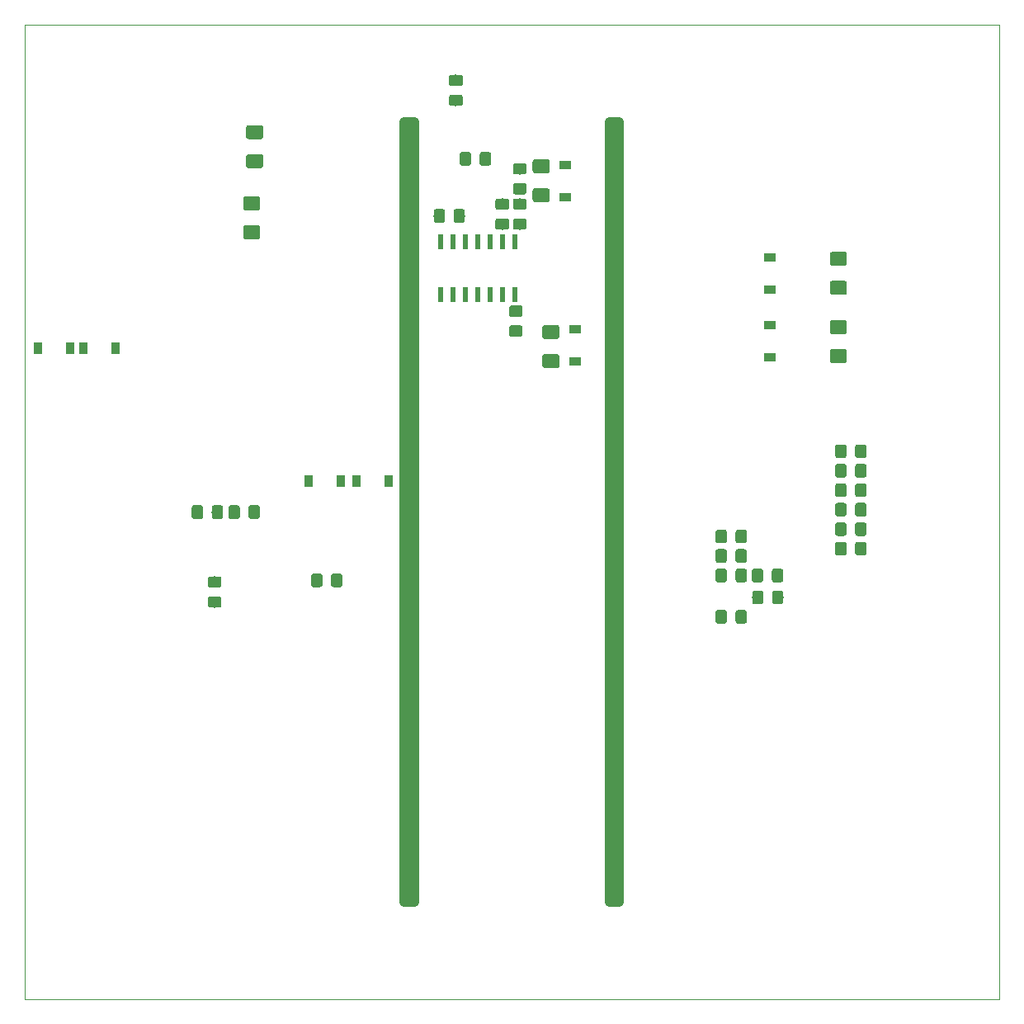
<source format=gbr>
%TF.GenerationSoftware,KiCad,Pcbnew,(5.1.0)-1*%
%TF.CreationDate,2019-05-31T13:03:56+02:00*%
%TF.ProjectId,KicadJE_uP_DAC,4b696361-644a-4455-9f75-505f4441432e,rev?*%
%TF.SameCoordinates,Original*%
%TF.FileFunction,Paste,Top*%
%TF.FilePolarity,Positive*%
%FSLAX46Y46*%
G04 Gerber Fmt 4.6, Leading zero omitted, Abs format (unit mm)*
G04 Created by KiCad (PCBNEW (5.1.0)-1) date 2019-05-31 13:03:56*
%MOMM*%
%LPD*%
G04 APERTURE LIST*
%ADD10C,1.000000*%
%ADD11C,0.050000*%
%ADD12C,0.150000*%
%ADD13C,1.425000*%
%ADD14C,1.150000*%
%ADD15R,0.900000X1.200000*%
%ADD16R,1.200000X0.900000*%
%ADD17R,0.600000X1.500000*%
G04 APERTURE END LIST*
D10*
X89000000Y-60000000D02*
X90000000Y-60000000D01*
X110000000Y-60000000D02*
X111000000Y-60000000D01*
X110000000Y-140000000D02*
X111000000Y-140000000D01*
X89000000Y-140000000D02*
X90000000Y-140000000D01*
X110000000Y-60000000D02*
X110000000Y-140000000D01*
X111000000Y-60000000D02*
X111000000Y-140000000D01*
X90000000Y-60000000D02*
X90000000Y-140000000D01*
X89000000Y-60000000D02*
X89000000Y-140000000D01*
D11*
X50000000Y-150000000D02*
X50000000Y-50000000D01*
X150000000Y-150000000D02*
X50000000Y-150000000D01*
X150000000Y-50000000D02*
X150000000Y-150000000D01*
X50000000Y-50000000D02*
X150000000Y-50000000D01*
D12*
G36*
X134149504Y-73301204D02*
G01*
X134173773Y-73304804D01*
X134197571Y-73310765D01*
X134220671Y-73319030D01*
X134242849Y-73329520D01*
X134263893Y-73342133D01*
X134283598Y-73356747D01*
X134301777Y-73373223D01*
X134318253Y-73391402D01*
X134332867Y-73411107D01*
X134345480Y-73432151D01*
X134355970Y-73454329D01*
X134364235Y-73477429D01*
X134370196Y-73501227D01*
X134373796Y-73525496D01*
X134375000Y-73550000D01*
X134375000Y-74475000D01*
X134373796Y-74499504D01*
X134370196Y-74523773D01*
X134364235Y-74547571D01*
X134355970Y-74570671D01*
X134345480Y-74592849D01*
X134332867Y-74613893D01*
X134318253Y-74633598D01*
X134301777Y-74651777D01*
X134283598Y-74668253D01*
X134263893Y-74682867D01*
X134242849Y-74695480D01*
X134220671Y-74705970D01*
X134197571Y-74714235D01*
X134173773Y-74720196D01*
X134149504Y-74723796D01*
X134125000Y-74725000D01*
X132875000Y-74725000D01*
X132850496Y-74723796D01*
X132826227Y-74720196D01*
X132802429Y-74714235D01*
X132779329Y-74705970D01*
X132757151Y-74695480D01*
X132736107Y-74682867D01*
X132716402Y-74668253D01*
X132698223Y-74651777D01*
X132681747Y-74633598D01*
X132667133Y-74613893D01*
X132654520Y-74592849D01*
X132644030Y-74570671D01*
X132635765Y-74547571D01*
X132629804Y-74523773D01*
X132626204Y-74499504D01*
X132625000Y-74475000D01*
X132625000Y-73550000D01*
X132626204Y-73525496D01*
X132629804Y-73501227D01*
X132635765Y-73477429D01*
X132644030Y-73454329D01*
X132654520Y-73432151D01*
X132667133Y-73411107D01*
X132681747Y-73391402D01*
X132698223Y-73373223D01*
X132716402Y-73356747D01*
X132736107Y-73342133D01*
X132757151Y-73329520D01*
X132779329Y-73319030D01*
X132802429Y-73310765D01*
X132826227Y-73304804D01*
X132850496Y-73301204D01*
X132875000Y-73300000D01*
X134125000Y-73300000D01*
X134149504Y-73301204D01*
X134149504Y-73301204D01*
G37*
D13*
X133500000Y-74012500D03*
D12*
G36*
X134149504Y-76276204D02*
G01*
X134173773Y-76279804D01*
X134197571Y-76285765D01*
X134220671Y-76294030D01*
X134242849Y-76304520D01*
X134263893Y-76317133D01*
X134283598Y-76331747D01*
X134301777Y-76348223D01*
X134318253Y-76366402D01*
X134332867Y-76386107D01*
X134345480Y-76407151D01*
X134355970Y-76429329D01*
X134364235Y-76452429D01*
X134370196Y-76476227D01*
X134373796Y-76500496D01*
X134375000Y-76525000D01*
X134375000Y-77450000D01*
X134373796Y-77474504D01*
X134370196Y-77498773D01*
X134364235Y-77522571D01*
X134355970Y-77545671D01*
X134345480Y-77567849D01*
X134332867Y-77588893D01*
X134318253Y-77608598D01*
X134301777Y-77626777D01*
X134283598Y-77643253D01*
X134263893Y-77657867D01*
X134242849Y-77670480D01*
X134220671Y-77680970D01*
X134197571Y-77689235D01*
X134173773Y-77695196D01*
X134149504Y-77698796D01*
X134125000Y-77700000D01*
X132875000Y-77700000D01*
X132850496Y-77698796D01*
X132826227Y-77695196D01*
X132802429Y-77689235D01*
X132779329Y-77680970D01*
X132757151Y-77670480D01*
X132736107Y-77657867D01*
X132716402Y-77643253D01*
X132698223Y-77626777D01*
X132681747Y-77608598D01*
X132667133Y-77588893D01*
X132654520Y-77567849D01*
X132644030Y-77545671D01*
X132635765Y-77522571D01*
X132629804Y-77498773D01*
X132626204Y-77474504D01*
X132625000Y-77450000D01*
X132625000Y-76525000D01*
X132626204Y-76500496D01*
X132629804Y-76476227D01*
X132635765Y-76452429D01*
X132644030Y-76429329D01*
X132654520Y-76407151D01*
X132667133Y-76386107D01*
X132681747Y-76366402D01*
X132698223Y-76348223D01*
X132716402Y-76331747D01*
X132736107Y-76317133D01*
X132757151Y-76304520D01*
X132779329Y-76294030D01*
X132802429Y-76285765D01*
X132826227Y-76279804D01*
X132850496Y-76276204D01*
X132875000Y-76275000D01*
X134125000Y-76275000D01*
X134149504Y-76276204D01*
X134149504Y-76276204D01*
G37*
D13*
X133500000Y-76987500D03*
D12*
G36*
X134149504Y-80301204D02*
G01*
X134173773Y-80304804D01*
X134197571Y-80310765D01*
X134220671Y-80319030D01*
X134242849Y-80329520D01*
X134263893Y-80342133D01*
X134283598Y-80356747D01*
X134301777Y-80373223D01*
X134318253Y-80391402D01*
X134332867Y-80411107D01*
X134345480Y-80432151D01*
X134355970Y-80454329D01*
X134364235Y-80477429D01*
X134370196Y-80501227D01*
X134373796Y-80525496D01*
X134375000Y-80550000D01*
X134375000Y-81475000D01*
X134373796Y-81499504D01*
X134370196Y-81523773D01*
X134364235Y-81547571D01*
X134355970Y-81570671D01*
X134345480Y-81592849D01*
X134332867Y-81613893D01*
X134318253Y-81633598D01*
X134301777Y-81651777D01*
X134283598Y-81668253D01*
X134263893Y-81682867D01*
X134242849Y-81695480D01*
X134220671Y-81705970D01*
X134197571Y-81714235D01*
X134173773Y-81720196D01*
X134149504Y-81723796D01*
X134125000Y-81725000D01*
X132875000Y-81725000D01*
X132850496Y-81723796D01*
X132826227Y-81720196D01*
X132802429Y-81714235D01*
X132779329Y-81705970D01*
X132757151Y-81695480D01*
X132736107Y-81682867D01*
X132716402Y-81668253D01*
X132698223Y-81651777D01*
X132681747Y-81633598D01*
X132667133Y-81613893D01*
X132654520Y-81592849D01*
X132644030Y-81570671D01*
X132635765Y-81547571D01*
X132629804Y-81523773D01*
X132626204Y-81499504D01*
X132625000Y-81475000D01*
X132625000Y-80550000D01*
X132626204Y-80525496D01*
X132629804Y-80501227D01*
X132635765Y-80477429D01*
X132644030Y-80454329D01*
X132654520Y-80432151D01*
X132667133Y-80411107D01*
X132681747Y-80391402D01*
X132698223Y-80373223D01*
X132716402Y-80356747D01*
X132736107Y-80342133D01*
X132757151Y-80329520D01*
X132779329Y-80319030D01*
X132802429Y-80310765D01*
X132826227Y-80304804D01*
X132850496Y-80301204D01*
X132875000Y-80300000D01*
X134125000Y-80300000D01*
X134149504Y-80301204D01*
X134149504Y-80301204D01*
G37*
D13*
X133500000Y-81012500D03*
D12*
G36*
X134149504Y-83276204D02*
G01*
X134173773Y-83279804D01*
X134197571Y-83285765D01*
X134220671Y-83294030D01*
X134242849Y-83304520D01*
X134263893Y-83317133D01*
X134283598Y-83331747D01*
X134301777Y-83348223D01*
X134318253Y-83366402D01*
X134332867Y-83386107D01*
X134345480Y-83407151D01*
X134355970Y-83429329D01*
X134364235Y-83452429D01*
X134370196Y-83476227D01*
X134373796Y-83500496D01*
X134375000Y-83525000D01*
X134375000Y-84450000D01*
X134373796Y-84474504D01*
X134370196Y-84498773D01*
X134364235Y-84522571D01*
X134355970Y-84545671D01*
X134345480Y-84567849D01*
X134332867Y-84588893D01*
X134318253Y-84608598D01*
X134301777Y-84626777D01*
X134283598Y-84643253D01*
X134263893Y-84657867D01*
X134242849Y-84670480D01*
X134220671Y-84680970D01*
X134197571Y-84689235D01*
X134173773Y-84695196D01*
X134149504Y-84698796D01*
X134125000Y-84700000D01*
X132875000Y-84700000D01*
X132850496Y-84698796D01*
X132826227Y-84695196D01*
X132802429Y-84689235D01*
X132779329Y-84680970D01*
X132757151Y-84670480D01*
X132736107Y-84657867D01*
X132716402Y-84643253D01*
X132698223Y-84626777D01*
X132681747Y-84608598D01*
X132667133Y-84588893D01*
X132654520Y-84567849D01*
X132644030Y-84545671D01*
X132635765Y-84522571D01*
X132629804Y-84498773D01*
X132626204Y-84474504D01*
X132625000Y-84450000D01*
X132625000Y-83525000D01*
X132626204Y-83500496D01*
X132629804Y-83476227D01*
X132635765Y-83452429D01*
X132644030Y-83429329D01*
X132654520Y-83407151D01*
X132667133Y-83386107D01*
X132681747Y-83366402D01*
X132698223Y-83348223D01*
X132716402Y-83331747D01*
X132736107Y-83317133D01*
X132757151Y-83304520D01*
X132779329Y-83294030D01*
X132802429Y-83285765D01*
X132826227Y-83279804D01*
X132850496Y-83276204D01*
X132875000Y-83275000D01*
X134125000Y-83275000D01*
X134149504Y-83276204D01*
X134149504Y-83276204D01*
G37*
D13*
X133500000Y-83987500D03*
D12*
G36*
X123874505Y-105801204D02*
G01*
X123898773Y-105804804D01*
X123922572Y-105810765D01*
X123945671Y-105819030D01*
X123967850Y-105829520D01*
X123988893Y-105842132D01*
X124008599Y-105856747D01*
X124026777Y-105873223D01*
X124043253Y-105891401D01*
X124057868Y-105911107D01*
X124070480Y-105932150D01*
X124080970Y-105954329D01*
X124089235Y-105977428D01*
X124095196Y-106001227D01*
X124098796Y-106025495D01*
X124100000Y-106049999D01*
X124100000Y-106950001D01*
X124098796Y-106974505D01*
X124095196Y-106998773D01*
X124089235Y-107022572D01*
X124080970Y-107045671D01*
X124070480Y-107067850D01*
X124057868Y-107088893D01*
X124043253Y-107108599D01*
X124026777Y-107126777D01*
X124008599Y-107143253D01*
X123988893Y-107157868D01*
X123967850Y-107170480D01*
X123945671Y-107180970D01*
X123922572Y-107189235D01*
X123898773Y-107195196D01*
X123874505Y-107198796D01*
X123850001Y-107200000D01*
X123199999Y-107200000D01*
X123175495Y-107198796D01*
X123151227Y-107195196D01*
X123127428Y-107189235D01*
X123104329Y-107180970D01*
X123082150Y-107170480D01*
X123061107Y-107157868D01*
X123041401Y-107143253D01*
X123023223Y-107126777D01*
X123006747Y-107108599D01*
X122992132Y-107088893D01*
X122979520Y-107067850D01*
X122969030Y-107045671D01*
X122960765Y-107022572D01*
X122954804Y-106998773D01*
X122951204Y-106974505D01*
X122950000Y-106950001D01*
X122950000Y-106049999D01*
X122951204Y-106025495D01*
X122954804Y-106001227D01*
X122960765Y-105977428D01*
X122969030Y-105954329D01*
X122979520Y-105932150D01*
X122992132Y-105911107D01*
X123006747Y-105891401D01*
X123023223Y-105873223D01*
X123041401Y-105856747D01*
X123061107Y-105842132D01*
X123082150Y-105829520D01*
X123104329Y-105819030D01*
X123127428Y-105810765D01*
X123151227Y-105804804D01*
X123175495Y-105801204D01*
X123199999Y-105800000D01*
X123850001Y-105800000D01*
X123874505Y-105801204D01*
X123874505Y-105801204D01*
G37*
D14*
X123525000Y-106500000D03*
D12*
G36*
X121824505Y-105801204D02*
G01*
X121848773Y-105804804D01*
X121872572Y-105810765D01*
X121895671Y-105819030D01*
X121917850Y-105829520D01*
X121938893Y-105842132D01*
X121958599Y-105856747D01*
X121976777Y-105873223D01*
X121993253Y-105891401D01*
X122007868Y-105911107D01*
X122020480Y-105932150D01*
X122030970Y-105954329D01*
X122039235Y-105977428D01*
X122045196Y-106001227D01*
X122048796Y-106025495D01*
X122050000Y-106049999D01*
X122050000Y-106950001D01*
X122048796Y-106974505D01*
X122045196Y-106998773D01*
X122039235Y-107022572D01*
X122030970Y-107045671D01*
X122020480Y-107067850D01*
X122007868Y-107088893D01*
X121993253Y-107108599D01*
X121976777Y-107126777D01*
X121958599Y-107143253D01*
X121938893Y-107157868D01*
X121917850Y-107170480D01*
X121895671Y-107180970D01*
X121872572Y-107189235D01*
X121848773Y-107195196D01*
X121824505Y-107198796D01*
X121800001Y-107200000D01*
X121149999Y-107200000D01*
X121125495Y-107198796D01*
X121101227Y-107195196D01*
X121077428Y-107189235D01*
X121054329Y-107180970D01*
X121032150Y-107170480D01*
X121011107Y-107157868D01*
X120991401Y-107143253D01*
X120973223Y-107126777D01*
X120956747Y-107108599D01*
X120942132Y-107088893D01*
X120929520Y-107067850D01*
X120919030Y-107045671D01*
X120910765Y-107022572D01*
X120904804Y-106998773D01*
X120901204Y-106974505D01*
X120900000Y-106950001D01*
X120900000Y-106049999D01*
X120901204Y-106025495D01*
X120904804Y-106001227D01*
X120910765Y-105977428D01*
X120919030Y-105954329D01*
X120929520Y-105932150D01*
X120942132Y-105911107D01*
X120956747Y-105891401D01*
X120973223Y-105873223D01*
X120991401Y-105856747D01*
X121011107Y-105842132D01*
X121032150Y-105829520D01*
X121054329Y-105819030D01*
X121077428Y-105810765D01*
X121101227Y-105804804D01*
X121125495Y-105801204D01*
X121149999Y-105800000D01*
X121800001Y-105800000D01*
X121824505Y-105801204D01*
X121824505Y-105801204D01*
G37*
D14*
X121475000Y-106500000D03*
D12*
G36*
X121824505Y-101801204D02*
G01*
X121848773Y-101804804D01*
X121872572Y-101810765D01*
X121895671Y-101819030D01*
X121917850Y-101829520D01*
X121938893Y-101842132D01*
X121958599Y-101856747D01*
X121976777Y-101873223D01*
X121993253Y-101891401D01*
X122007868Y-101911107D01*
X122020480Y-101932150D01*
X122030970Y-101954329D01*
X122039235Y-101977428D01*
X122045196Y-102001227D01*
X122048796Y-102025495D01*
X122050000Y-102049999D01*
X122050000Y-102950001D01*
X122048796Y-102974505D01*
X122045196Y-102998773D01*
X122039235Y-103022572D01*
X122030970Y-103045671D01*
X122020480Y-103067850D01*
X122007868Y-103088893D01*
X121993253Y-103108599D01*
X121976777Y-103126777D01*
X121958599Y-103143253D01*
X121938893Y-103157868D01*
X121917850Y-103170480D01*
X121895671Y-103180970D01*
X121872572Y-103189235D01*
X121848773Y-103195196D01*
X121824505Y-103198796D01*
X121800001Y-103200000D01*
X121149999Y-103200000D01*
X121125495Y-103198796D01*
X121101227Y-103195196D01*
X121077428Y-103189235D01*
X121054329Y-103180970D01*
X121032150Y-103170480D01*
X121011107Y-103157868D01*
X120991401Y-103143253D01*
X120973223Y-103126777D01*
X120956747Y-103108599D01*
X120942132Y-103088893D01*
X120929520Y-103067850D01*
X120919030Y-103045671D01*
X120910765Y-103022572D01*
X120904804Y-102998773D01*
X120901204Y-102974505D01*
X120900000Y-102950001D01*
X120900000Y-102049999D01*
X120901204Y-102025495D01*
X120904804Y-102001227D01*
X120910765Y-101977428D01*
X120919030Y-101954329D01*
X120929520Y-101932150D01*
X120942132Y-101911107D01*
X120956747Y-101891401D01*
X120973223Y-101873223D01*
X120991401Y-101856747D01*
X121011107Y-101842132D01*
X121032150Y-101829520D01*
X121054329Y-101819030D01*
X121077428Y-101810765D01*
X121101227Y-101804804D01*
X121125495Y-101801204D01*
X121149999Y-101800000D01*
X121800001Y-101800000D01*
X121824505Y-101801204D01*
X121824505Y-101801204D01*
G37*
D14*
X121475000Y-102500000D03*
D12*
G36*
X123874505Y-101801204D02*
G01*
X123898773Y-101804804D01*
X123922572Y-101810765D01*
X123945671Y-101819030D01*
X123967850Y-101829520D01*
X123988893Y-101842132D01*
X124008599Y-101856747D01*
X124026777Y-101873223D01*
X124043253Y-101891401D01*
X124057868Y-101911107D01*
X124070480Y-101932150D01*
X124080970Y-101954329D01*
X124089235Y-101977428D01*
X124095196Y-102001227D01*
X124098796Y-102025495D01*
X124100000Y-102049999D01*
X124100000Y-102950001D01*
X124098796Y-102974505D01*
X124095196Y-102998773D01*
X124089235Y-103022572D01*
X124080970Y-103045671D01*
X124070480Y-103067850D01*
X124057868Y-103088893D01*
X124043253Y-103108599D01*
X124026777Y-103126777D01*
X124008599Y-103143253D01*
X123988893Y-103157868D01*
X123967850Y-103170480D01*
X123945671Y-103180970D01*
X123922572Y-103189235D01*
X123898773Y-103195196D01*
X123874505Y-103198796D01*
X123850001Y-103200000D01*
X123199999Y-103200000D01*
X123175495Y-103198796D01*
X123151227Y-103195196D01*
X123127428Y-103189235D01*
X123104329Y-103180970D01*
X123082150Y-103170480D01*
X123061107Y-103157868D01*
X123041401Y-103143253D01*
X123023223Y-103126777D01*
X123006747Y-103108599D01*
X122992132Y-103088893D01*
X122979520Y-103067850D01*
X122969030Y-103045671D01*
X122960765Y-103022572D01*
X122954804Y-102998773D01*
X122951204Y-102974505D01*
X122950000Y-102950001D01*
X122950000Y-102049999D01*
X122951204Y-102025495D01*
X122954804Y-102001227D01*
X122960765Y-101977428D01*
X122969030Y-101954329D01*
X122979520Y-101932150D01*
X122992132Y-101911107D01*
X123006747Y-101891401D01*
X123023223Y-101873223D01*
X123041401Y-101856747D01*
X123061107Y-101842132D01*
X123082150Y-101829520D01*
X123104329Y-101819030D01*
X123127428Y-101810765D01*
X123151227Y-101804804D01*
X123175495Y-101801204D01*
X123199999Y-101800000D01*
X123850001Y-101800000D01*
X123874505Y-101801204D01*
X123874505Y-101801204D01*
G37*
D14*
X123525000Y-102500000D03*
D12*
G36*
X123874505Y-103801204D02*
G01*
X123898773Y-103804804D01*
X123922572Y-103810765D01*
X123945671Y-103819030D01*
X123967850Y-103829520D01*
X123988893Y-103842132D01*
X124008599Y-103856747D01*
X124026777Y-103873223D01*
X124043253Y-103891401D01*
X124057868Y-103911107D01*
X124070480Y-103932150D01*
X124080970Y-103954329D01*
X124089235Y-103977428D01*
X124095196Y-104001227D01*
X124098796Y-104025495D01*
X124100000Y-104049999D01*
X124100000Y-104950001D01*
X124098796Y-104974505D01*
X124095196Y-104998773D01*
X124089235Y-105022572D01*
X124080970Y-105045671D01*
X124070480Y-105067850D01*
X124057868Y-105088893D01*
X124043253Y-105108599D01*
X124026777Y-105126777D01*
X124008599Y-105143253D01*
X123988893Y-105157868D01*
X123967850Y-105170480D01*
X123945671Y-105180970D01*
X123922572Y-105189235D01*
X123898773Y-105195196D01*
X123874505Y-105198796D01*
X123850001Y-105200000D01*
X123199999Y-105200000D01*
X123175495Y-105198796D01*
X123151227Y-105195196D01*
X123127428Y-105189235D01*
X123104329Y-105180970D01*
X123082150Y-105170480D01*
X123061107Y-105157868D01*
X123041401Y-105143253D01*
X123023223Y-105126777D01*
X123006747Y-105108599D01*
X122992132Y-105088893D01*
X122979520Y-105067850D01*
X122969030Y-105045671D01*
X122960765Y-105022572D01*
X122954804Y-104998773D01*
X122951204Y-104974505D01*
X122950000Y-104950001D01*
X122950000Y-104049999D01*
X122951204Y-104025495D01*
X122954804Y-104001227D01*
X122960765Y-103977428D01*
X122969030Y-103954329D01*
X122979520Y-103932150D01*
X122992132Y-103911107D01*
X123006747Y-103891401D01*
X123023223Y-103873223D01*
X123041401Y-103856747D01*
X123061107Y-103842132D01*
X123082150Y-103829520D01*
X123104329Y-103819030D01*
X123127428Y-103810765D01*
X123151227Y-103804804D01*
X123175495Y-103801204D01*
X123199999Y-103800000D01*
X123850001Y-103800000D01*
X123874505Y-103801204D01*
X123874505Y-103801204D01*
G37*
D14*
X123525000Y-104500000D03*
D12*
G36*
X121824505Y-103801204D02*
G01*
X121848773Y-103804804D01*
X121872572Y-103810765D01*
X121895671Y-103819030D01*
X121917850Y-103829520D01*
X121938893Y-103842132D01*
X121958599Y-103856747D01*
X121976777Y-103873223D01*
X121993253Y-103891401D01*
X122007868Y-103911107D01*
X122020480Y-103932150D01*
X122030970Y-103954329D01*
X122039235Y-103977428D01*
X122045196Y-104001227D01*
X122048796Y-104025495D01*
X122050000Y-104049999D01*
X122050000Y-104950001D01*
X122048796Y-104974505D01*
X122045196Y-104998773D01*
X122039235Y-105022572D01*
X122030970Y-105045671D01*
X122020480Y-105067850D01*
X122007868Y-105088893D01*
X121993253Y-105108599D01*
X121976777Y-105126777D01*
X121958599Y-105143253D01*
X121938893Y-105157868D01*
X121917850Y-105170480D01*
X121895671Y-105180970D01*
X121872572Y-105189235D01*
X121848773Y-105195196D01*
X121824505Y-105198796D01*
X121800001Y-105200000D01*
X121149999Y-105200000D01*
X121125495Y-105198796D01*
X121101227Y-105195196D01*
X121077428Y-105189235D01*
X121054329Y-105180970D01*
X121032150Y-105170480D01*
X121011107Y-105157868D01*
X120991401Y-105143253D01*
X120973223Y-105126777D01*
X120956747Y-105108599D01*
X120942132Y-105088893D01*
X120929520Y-105067850D01*
X120919030Y-105045671D01*
X120910765Y-105022572D01*
X120904804Y-104998773D01*
X120901204Y-104974505D01*
X120900000Y-104950001D01*
X120900000Y-104049999D01*
X120901204Y-104025495D01*
X120904804Y-104001227D01*
X120910765Y-103977428D01*
X120919030Y-103954329D01*
X120929520Y-103932150D01*
X120942132Y-103911107D01*
X120956747Y-103891401D01*
X120973223Y-103873223D01*
X120991401Y-103856747D01*
X121011107Y-103842132D01*
X121032150Y-103829520D01*
X121054329Y-103819030D01*
X121077428Y-103810765D01*
X121101227Y-103804804D01*
X121125495Y-103801204D01*
X121149999Y-103800000D01*
X121800001Y-103800000D01*
X121824505Y-103801204D01*
X121824505Y-103801204D01*
G37*
D14*
X121475000Y-104500000D03*
D12*
G36*
X74249504Y-60301204D02*
G01*
X74273773Y-60304804D01*
X74297571Y-60310765D01*
X74320671Y-60319030D01*
X74342849Y-60329520D01*
X74363893Y-60342133D01*
X74383598Y-60356747D01*
X74401777Y-60373223D01*
X74418253Y-60391402D01*
X74432867Y-60411107D01*
X74445480Y-60432151D01*
X74455970Y-60454329D01*
X74464235Y-60477429D01*
X74470196Y-60501227D01*
X74473796Y-60525496D01*
X74475000Y-60550000D01*
X74475000Y-61475000D01*
X74473796Y-61499504D01*
X74470196Y-61523773D01*
X74464235Y-61547571D01*
X74455970Y-61570671D01*
X74445480Y-61592849D01*
X74432867Y-61613893D01*
X74418253Y-61633598D01*
X74401777Y-61651777D01*
X74383598Y-61668253D01*
X74363893Y-61682867D01*
X74342849Y-61695480D01*
X74320671Y-61705970D01*
X74297571Y-61714235D01*
X74273773Y-61720196D01*
X74249504Y-61723796D01*
X74225000Y-61725000D01*
X72975000Y-61725000D01*
X72950496Y-61723796D01*
X72926227Y-61720196D01*
X72902429Y-61714235D01*
X72879329Y-61705970D01*
X72857151Y-61695480D01*
X72836107Y-61682867D01*
X72816402Y-61668253D01*
X72798223Y-61651777D01*
X72781747Y-61633598D01*
X72767133Y-61613893D01*
X72754520Y-61592849D01*
X72744030Y-61570671D01*
X72735765Y-61547571D01*
X72729804Y-61523773D01*
X72726204Y-61499504D01*
X72725000Y-61475000D01*
X72725000Y-60550000D01*
X72726204Y-60525496D01*
X72729804Y-60501227D01*
X72735765Y-60477429D01*
X72744030Y-60454329D01*
X72754520Y-60432151D01*
X72767133Y-60411107D01*
X72781747Y-60391402D01*
X72798223Y-60373223D01*
X72816402Y-60356747D01*
X72836107Y-60342133D01*
X72857151Y-60329520D01*
X72879329Y-60319030D01*
X72902429Y-60310765D01*
X72926227Y-60304804D01*
X72950496Y-60301204D01*
X72975000Y-60300000D01*
X74225000Y-60300000D01*
X74249504Y-60301204D01*
X74249504Y-60301204D01*
G37*
D13*
X73600000Y-61012500D03*
D12*
G36*
X74249504Y-63276204D02*
G01*
X74273773Y-63279804D01*
X74297571Y-63285765D01*
X74320671Y-63294030D01*
X74342849Y-63304520D01*
X74363893Y-63317133D01*
X74383598Y-63331747D01*
X74401777Y-63348223D01*
X74418253Y-63366402D01*
X74432867Y-63386107D01*
X74445480Y-63407151D01*
X74455970Y-63429329D01*
X74464235Y-63452429D01*
X74470196Y-63476227D01*
X74473796Y-63500496D01*
X74475000Y-63525000D01*
X74475000Y-64450000D01*
X74473796Y-64474504D01*
X74470196Y-64498773D01*
X74464235Y-64522571D01*
X74455970Y-64545671D01*
X74445480Y-64567849D01*
X74432867Y-64588893D01*
X74418253Y-64608598D01*
X74401777Y-64626777D01*
X74383598Y-64643253D01*
X74363893Y-64657867D01*
X74342849Y-64670480D01*
X74320671Y-64680970D01*
X74297571Y-64689235D01*
X74273773Y-64695196D01*
X74249504Y-64698796D01*
X74225000Y-64700000D01*
X72975000Y-64700000D01*
X72950496Y-64698796D01*
X72926227Y-64695196D01*
X72902429Y-64689235D01*
X72879329Y-64680970D01*
X72857151Y-64670480D01*
X72836107Y-64657867D01*
X72816402Y-64643253D01*
X72798223Y-64626777D01*
X72781747Y-64608598D01*
X72767133Y-64588893D01*
X72754520Y-64567849D01*
X72744030Y-64545671D01*
X72735765Y-64522571D01*
X72729804Y-64498773D01*
X72726204Y-64474504D01*
X72725000Y-64450000D01*
X72725000Y-63525000D01*
X72726204Y-63500496D01*
X72729804Y-63476227D01*
X72735765Y-63452429D01*
X72744030Y-63429329D01*
X72754520Y-63407151D01*
X72767133Y-63386107D01*
X72781747Y-63366402D01*
X72798223Y-63348223D01*
X72816402Y-63331747D01*
X72836107Y-63317133D01*
X72857151Y-63304520D01*
X72879329Y-63294030D01*
X72902429Y-63285765D01*
X72926227Y-63279804D01*
X72950496Y-63276204D01*
X72975000Y-63275000D01*
X74225000Y-63275000D01*
X74249504Y-63276204D01*
X74249504Y-63276204D01*
G37*
D13*
X73600000Y-63987500D03*
D12*
G36*
X73949504Y-67601204D02*
G01*
X73973773Y-67604804D01*
X73997571Y-67610765D01*
X74020671Y-67619030D01*
X74042849Y-67629520D01*
X74063893Y-67642133D01*
X74083598Y-67656747D01*
X74101777Y-67673223D01*
X74118253Y-67691402D01*
X74132867Y-67711107D01*
X74145480Y-67732151D01*
X74155970Y-67754329D01*
X74164235Y-67777429D01*
X74170196Y-67801227D01*
X74173796Y-67825496D01*
X74175000Y-67850000D01*
X74175000Y-68775000D01*
X74173796Y-68799504D01*
X74170196Y-68823773D01*
X74164235Y-68847571D01*
X74155970Y-68870671D01*
X74145480Y-68892849D01*
X74132867Y-68913893D01*
X74118253Y-68933598D01*
X74101777Y-68951777D01*
X74083598Y-68968253D01*
X74063893Y-68982867D01*
X74042849Y-68995480D01*
X74020671Y-69005970D01*
X73997571Y-69014235D01*
X73973773Y-69020196D01*
X73949504Y-69023796D01*
X73925000Y-69025000D01*
X72675000Y-69025000D01*
X72650496Y-69023796D01*
X72626227Y-69020196D01*
X72602429Y-69014235D01*
X72579329Y-69005970D01*
X72557151Y-68995480D01*
X72536107Y-68982867D01*
X72516402Y-68968253D01*
X72498223Y-68951777D01*
X72481747Y-68933598D01*
X72467133Y-68913893D01*
X72454520Y-68892849D01*
X72444030Y-68870671D01*
X72435765Y-68847571D01*
X72429804Y-68823773D01*
X72426204Y-68799504D01*
X72425000Y-68775000D01*
X72425000Y-67850000D01*
X72426204Y-67825496D01*
X72429804Y-67801227D01*
X72435765Y-67777429D01*
X72444030Y-67754329D01*
X72454520Y-67732151D01*
X72467133Y-67711107D01*
X72481747Y-67691402D01*
X72498223Y-67673223D01*
X72516402Y-67656747D01*
X72536107Y-67642133D01*
X72557151Y-67629520D01*
X72579329Y-67619030D01*
X72602429Y-67610765D01*
X72626227Y-67604804D01*
X72650496Y-67601204D01*
X72675000Y-67600000D01*
X73925000Y-67600000D01*
X73949504Y-67601204D01*
X73949504Y-67601204D01*
G37*
D13*
X73300000Y-68312500D03*
D12*
G36*
X73949504Y-70576204D02*
G01*
X73973773Y-70579804D01*
X73997571Y-70585765D01*
X74020671Y-70594030D01*
X74042849Y-70604520D01*
X74063893Y-70617133D01*
X74083598Y-70631747D01*
X74101777Y-70648223D01*
X74118253Y-70666402D01*
X74132867Y-70686107D01*
X74145480Y-70707151D01*
X74155970Y-70729329D01*
X74164235Y-70752429D01*
X74170196Y-70776227D01*
X74173796Y-70800496D01*
X74175000Y-70825000D01*
X74175000Y-71750000D01*
X74173796Y-71774504D01*
X74170196Y-71798773D01*
X74164235Y-71822571D01*
X74155970Y-71845671D01*
X74145480Y-71867849D01*
X74132867Y-71888893D01*
X74118253Y-71908598D01*
X74101777Y-71926777D01*
X74083598Y-71943253D01*
X74063893Y-71957867D01*
X74042849Y-71970480D01*
X74020671Y-71980970D01*
X73997571Y-71989235D01*
X73973773Y-71995196D01*
X73949504Y-71998796D01*
X73925000Y-72000000D01*
X72675000Y-72000000D01*
X72650496Y-71998796D01*
X72626227Y-71995196D01*
X72602429Y-71989235D01*
X72579329Y-71980970D01*
X72557151Y-71970480D01*
X72536107Y-71957867D01*
X72516402Y-71943253D01*
X72498223Y-71926777D01*
X72481747Y-71908598D01*
X72467133Y-71888893D01*
X72454520Y-71867849D01*
X72444030Y-71845671D01*
X72435765Y-71822571D01*
X72429804Y-71798773D01*
X72426204Y-71774504D01*
X72425000Y-71750000D01*
X72425000Y-70825000D01*
X72426204Y-70800496D01*
X72429804Y-70776227D01*
X72435765Y-70752429D01*
X72444030Y-70729329D01*
X72454520Y-70707151D01*
X72467133Y-70686107D01*
X72481747Y-70666402D01*
X72498223Y-70648223D01*
X72516402Y-70631747D01*
X72536107Y-70617133D01*
X72557151Y-70604520D01*
X72579329Y-70594030D01*
X72602429Y-70585765D01*
X72626227Y-70579804D01*
X72650496Y-70576204D01*
X72675000Y-70575000D01*
X73925000Y-70575000D01*
X73949504Y-70576204D01*
X73949504Y-70576204D01*
G37*
D13*
X73300000Y-71287500D03*
D12*
G36*
X71849505Y-99301204D02*
G01*
X71873773Y-99304804D01*
X71897572Y-99310765D01*
X71920671Y-99319030D01*
X71942850Y-99329520D01*
X71963893Y-99342132D01*
X71983599Y-99356747D01*
X72001777Y-99373223D01*
X72018253Y-99391401D01*
X72032868Y-99411107D01*
X72045480Y-99432150D01*
X72055970Y-99454329D01*
X72064235Y-99477428D01*
X72070196Y-99501227D01*
X72073796Y-99525495D01*
X72075000Y-99549999D01*
X72075000Y-100450001D01*
X72073796Y-100474505D01*
X72070196Y-100498773D01*
X72064235Y-100522572D01*
X72055970Y-100545671D01*
X72045480Y-100567850D01*
X72032868Y-100588893D01*
X72018253Y-100608599D01*
X72001777Y-100626777D01*
X71983599Y-100643253D01*
X71963893Y-100657868D01*
X71942850Y-100670480D01*
X71920671Y-100680970D01*
X71897572Y-100689235D01*
X71873773Y-100695196D01*
X71849505Y-100698796D01*
X71825001Y-100700000D01*
X71174999Y-100700000D01*
X71150495Y-100698796D01*
X71126227Y-100695196D01*
X71102428Y-100689235D01*
X71079329Y-100680970D01*
X71057150Y-100670480D01*
X71036107Y-100657868D01*
X71016401Y-100643253D01*
X70998223Y-100626777D01*
X70981747Y-100608599D01*
X70967132Y-100588893D01*
X70954520Y-100567850D01*
X70944030Y-100545671D01*
X70935765Y-100522572D01*
X70929804Y-100498773D01*
X70926204Y-100474505D01*
X70925000Y-100450001D01*
X70925000Y-99549999D01*
X70926204Y-99525495D01*
X70929804Y-99501227D01*
X70935765Y-99477428D01*
X70944030Y-99454329D01*
X70954520Y-99432150D01*
X70967132Y-99411107D01*
X70981747Y-99391401D01*
X70998223Y-99373223D01*
X71016401Y-99356747D01*
X71036107Y-99342132D01*
X71057150Y-99329520D01*
X71079329Y-99319030D01*
X71102428Y-99310765D01*
X71126227Y-99304804D01*
X71150495Y-99301204D01*
X71174999Y-99300000D01*
X71825001Y-99300000D01*
X71849505Y-99301204D01*
X71849505Y-99301204D01*
G37*
D14*
X71500000Y-100000000D03*
D12*
G36*
X73899505Y-99301204D02*
G01*
X73923773Y-99304804D01*
X73947572Y-99310765D01*
X73970671Y-99319030D01*
X73992850Y-99329520D01*
X74013893Y-99342132D01*
X74033599Y-99356747D01*
X74051777Y-99373223D01*
X74068253Y-99391401D01*
X74082868Y-99411107D01*
X74095480Y-99432150D01*
X74105970Y-99454329D01*
X74114235Y-99477428D01*
X74120196Y-99501227D01*
X74123796Y-99525495D01*
X74125000Y-99549999D01*
X74125000Y-100450001D01*
X74123796Y-100474505D01*
X74120196Y-100498773D01*
X74114235Y-100522572D01*
X74105970Y-100545671D01*
X74095480Y-100567850D01*
X74082868Y-100588893D01*
X74068253Y-100608599D01*
X74051777Y-100626777D01*
X74033599Y-100643253D01*
X74013893Y-100657868D01*
X73992850Y-100670480D01*
X73970671Y-100680970D01*
X73947572Y-100689235D01*
X73923773Y-100695196D01*
X73899505Y-100698796D01*
X73875001Y-100700000D01*
X73224999Y-100700000D01*
X73200495Y-100698796D01*
X73176227Y-100695196D01*
X73152428Y-100689235D01*
X73129329Y-100680970D01*
X73107150Y-100670480D01*
X73086107Y-100657868D01*
X73066401Y-100643253D01*
X73048223Y-100626777D01*
X73031747Y-100608599D01*
X73017132Y-100588893D01*
X73004520Y-100567850D01*
X72994030Y-100545671D01*
X72985765Y-100522572D01*
X72979804Y-100498773D01*
X72976204Y-100474505D01*
X72975000Y-100450001D01*
X72975000Y-99549999D01*
X72976204Y-99525495D01*
X72979804Y-99501227D01*
X72985765Y-99477428D01*
X72994030Y-99454329D01*
X73004520Y-99432150D01*
X73017132Y-99411107D01*
X73031747Y-99391401D01*
X73048223Y-99373223D01*
X73066401Y-99356747D01*
X73086107Y-99342132D01*
X73107150Y-99329520D01*
X73129329Y-99319030D01*
X73152428Y-99310765D01*
X73176227Y-99304804D01*
X73200495Y-99301204D01*
X73224999Y-99300000D01*
X73875001Y-99300000D01*
X73899505Y-99301204D01*
X73899505Y-99301204D01*
G37*
D14*
X73550000Y-100000000D03*
D12*
G36*
X70124505Y-99301204D02*
G01*
X70148773Y-99304804D01*
X70172572Y-99310765D01*
X70195671Y-99319030D01*
X70217850Y-99329520D01*
X70238893Y-99342132D01*
X70258599Y-99356747D01*
X70276777Y-99373223D01*
X70293253Y-99391401D01*
X70307868Y-99411107D01*
X70320480Y-99432150D01*
X70330970Y-99454329D01*
X70339235Y-99477428D01*
X70345196Y-99501227D01*
X70348796Y-99525495D01*
X70350000Y-99549999D01*
X70350000Y-100450001D01*
X70348796Y-100474505D01*
X70345196Y-100498773D01*
X70339235Y-100522572D01*
X70330970Y-100545671D01*
X70320480Y-100567850D01*
X70307868Y-100588893D01*
X70293253Y-100608599D01*
X70276777Y-100626777D01*
X70258599Y-100643253D01*
X70238893Y-100657868D01*
X70217850Y-100670480D01*
X70195671Y-100680970D01*
X70172572Y-100689235D01*
X70148773Y-100695196D01*
X70124505Y-100698796D01*
X70100001Y-100700000D01*
X69449999Y-100700000D01*
X69425495Y-100698796D01*
X69401227Y-100695196D01*
X69377428Y-100689235D01*
X69354329Y-100680970D01*
X69332150Y-100670480D01*
X69311107Y-100657868D01*
X69291401Y-100643253D01*
X69273223Y-100626777D01*
X69256747Y-100608599D01*
X69242132Y-100588893D01*
X69229520Y-100567850D01*
X69219030Y-100545671D01*
X69210765Y-100522572D01*
X69204804Y-100498773D01*
X69201204Y-100474505D01*
X69200000Y-100450001D01*
X69200000Y-99549999D01*
X69201204Y-99525495D01*
X69204804Y-99501227D01*
X69210765Y-99477428D01*
X69219030Y-99454329D01*
X69229520Y-99432150D01*
X69242132Y-99411107D01*
X69256747Y-99391401D01*
X69273223Y-99373223D01*
X69291401Y-99356747D01*
X69311107Y-99342132D01*
X69332150Y-99329520D01*
X69354329Y-99319030D01*
X69377428Y-99310765D01*
X69401227Y-99304804D01*
X69425495Y-99301204D01*
X69449999Y-99300000D01*
X70100001Y-99300000D01*
X70124505Y-99301204D01*
X70124505Y-99301204D01*
G37*
D14*
X69775000Y-100000000D03*
D12*
G36*
X68074505Y-99301204D02*
G01*
X68098773Y-99304804D01*
X68122572Y-99310765D01*
X68145671Y-99319030D01*
X68167850Y-99329520D01*
X68188893Y-99342132D01*
X68208599Y-99356747D01*
X68226777Y-99373223D01*
X68243253Y-99391401D01*
X68257868Y-99411107D01*
X68270480Y-99432150D01*
X68280970Y-99454329D01*
X68289235Y-99477428D01*
X68295196Y-99501227D01*
X68298796Y-99525495D01*
X68300000Y-99549999D01*
X68300000Y-100450001D01*
X68298796Y-100474505D01*
X68295196Y-100498773D01*
X68289235Y-100522572D01*
X68280970Y-100545671D01*
X68270480Y-100567850D01*
X68257868Y-100588893D01*
X68243253Y-100608599D01*
X68226777Y-100626777D01*
X68208599Y-100643253D01*
X68188893Y-100657868D01*
X68167850Y-100670480D01*
X68145671Y-100680970D01*
X68122572Y-100689235D01*
X68098773Y-100695196D01*
X68074505Y-100698796D01*
X68050001Y-100700000D01*
X67399999Y-100700000D01*
X67375495Y-100698796D01*
X67351227Y-100695196D01*
X67327428Y-100689235D01*
X67304329Y-100680970D01*
X67282150Y-100670480D01*
X67261107Y-100657868D01*
X67241401Y-100643253D01*
X67223223Y-100626777D01*
X67206747Y-100608599D01*
X67192132Y-100588893D01*
X67179520Y-100567850D01*
X67169030Y-100545671D01*
X67160765Y-100522572D01*
X67154804Y-100498773D01*
X67151204Y-100474505D01*
X67150000Y-100450001D01*
X67150000Y-99549999D01*
X67151204Y-99525495D01*
X67154804Y-99501227D01*
X67160765Y-99477428D01*
X67169030Y-99454329D01*
X67179520Y-99432150D01*
X67192132Y-99411107D01*
X67206747Y-99391401D01*
X67223223Y-99373223D01*
X67241401Y-99356747D01*
X67261107Y-99342132D01*
X67282150Y-99329520D01*
X67304329Y-99319030D01*
X67327428Y-99310765D01*
X67351227Y-99304804D01*
X67375495Y-99301204D01*
X67399999Y-99300000D01*
X68050001Y-99300000D01*
X68074505Y-99301204D01*
X68074505Y-99301204D01*
G37*
D14*
X67725000Y-100000000D03*
D12*
G36*
X125549505Y-105801204D02*
G01*
X125573773Y-105804804D01*
X125597572Y-105810765D01*
X125620671Y-105819030D01*
X125642850Y-105829520D01*
X125663893Y-105842132D01*
X125683599Y-105856747D01*
X125701777Y-105873223D01*
X125718253Y-105891401D01*
X125732868Y-105911107D01*
X125745480Y-105932150D01*
X125755970Y-105954329D01*
X125764235Y-105977428D01*
X125770196Y-106001227D01*
X125773796Y-106025495D01*
X125775000Y-106049999D01*
X125775000Y-106950001D01*
X125773796Y-106974505D01*
X125770196Y-106998773D01*
X125764235Y-107022572D01*
X125755970Y-107045671D01*
X125745480Y-107067850D01*
X125732868Y-107088893D01*
X125718253Y-107108599D01*
X125701777Y-107126777D01*
X125683599Y-107143253D01*
X125663893Y-107157868D01*
X125642850Y-107170480D01*
X125620671Y-107180970D01*
X125597572Y-107189235D01*
X125573773Y-107195196D01*
X125549505Y-107198796D01*
X125525001Y-107200000D01*
X124874999Y-107200000D01*
X124850495Y-107198796D01*
X124826227Y-107195196D01*
X124802428Y-107189235D01*
X124779329Y-107180970D01*
X124757150Y-107170480D01*
X124736107Y-107157868D01*
X124716401Y-107143253D01*
X124698223Y-107126777D01*
X124681747Y-107108599D01*
X124667132Y-107088893D01*
X124654520Y-107067850D01*
X124644030Y-107045671D01*
X124635765Y-107022572D01*
X124629804Y-106998773D01*
X124626204Y-106974505D01*
X124625000Y-106950001D01*
X124625000Y-106049999D01*
X124626204Y-106025495D01*
X124629804Y-106001227D01*
X124635765Y-105977428D01*
X124644030Y-105954329D01*
X124654520Y-105932150D01*
X124667132Y-105911107D01*
X124681747Y-105891401D01*
X124698223Y-105873223D01*
X124716401Y-105856747D01*
X124736107Y-105842132D01*
X124757150Y-105829520D01*
X124779329Y-105819030D01*
X124802428Y-105810765D01*
X124826227Y-105804804D01*
X124850495Y-105801204D01*
X124874999Y-105800000D01*
X125525001Y-105800000D01*
X125549505Y-105801204D01*
X125549505Y-105801204D01*
G37*
D14*
X125200000Y-106500000D03*
D12*
G36*
X127599505Y-105801204D02*
G01*
X127623773Y-105804804D01*
X127647572Y-105810765D01*
X127670671Y-105819030D01*
X127692850Y-105829520D01*
X127713893Y-105842132D01*
X127733599Y-105856747D01*
X127751777Y-105873223D01*
X127768253Y-105891401D01*
X127782868Y-105911107D01*
X127795480Y-105932150D01*
X127805970Y-105954329D01*
X127814235Y-105977428D01*
X127820196Y-106001227D01*
X127823796Y-106025495D01*
X127825000Y-106049999D01*
X127825000Y-106950001D01*
X127823796Y-106974505D01*
X127820196Y-106998773D01*
X127814235Y-107022572D01*
X127805970Y-107045671D01*
X127795480Y-107067850D01*
X127782868Y-107088893D01*
X127768253Y-107108599D01*
X127751777Y-107126777D01*
X127733599Y-107143253D01*
X127713893Y-107157868D01*
X127692850Y-107170480D01*
X127670671Y-107180970D01*
X127647572Y-107189235D01*
X127623773Y-107195196D01*
X127599505Y-107198796D01*
X127575001Y-107200000D01*
X126924999Y-107200000D01*
X126900495Y-107198796D01*
X126876227Y-107195196D01*
X126852428Y-107189235D01*
X126829329Y-107180970D01*
X126807150Y-107170480D01*
X126786107Y-107157868D01*
X126766401Y-107143253D01*
X126748223Y-107126777D01*
X126731747Y-107108599D01*
X126717132Y-107088893D01*
X126704520Y-107067850D01*
X126694030Y-107045671D01*
X126685765Y-107022572D01*
X126679804Y-106998773D01*
X126676204Y-106974505D01*
X126675000Y-106950001D01*
X126675000Y-106049999D01*
X126676204Y-106025495D01*
X126679804Y-106001227D01*
X126685765Y-105977428D01*
X126694030Y-105954329D01*
X126704520Y-105932150D01*
X126717132Y-105911107D01*
X126731747Y-105891401D01*
X126748223Y-105873223D01*
X126766401Y-105856747D01*
X126786107Y-105842132D01*
X126807150Y-105829520D01*
X126829329Y-105819030D01*
X126852428Y-105810765D01*
X126876227Y-105804804D01*
X126900495Y-105801204D01*
X126924999Y-105800000D01*
X127575001Y-105800000D01*
X127599505Y-105801204D01*
X127599505Y-105801204D01*
G37*
D14*
X127250000Y-106500000D03*
D15*
X56050000Y-83200000D03*
X59350000Y-83200000D03*
X54650000Y-83200000D03*
X51350000Y-83200000D03*
X84014999Y-96774999D03*
X87314999Y-96774999D03*
X82450000Y-96800000D03*
X79150000Y-96800000D03*
D12*
G36*
X69974505Y-108651204D02*
G01*
X69998773Y-108654804D01*
X70022572Y-108660765D01*
X70045671Y-108669030D01*
X70067850Y-108679520D01*
X70088893Y-108692132D01*
X70108599Y-108706747D01*
X70126777Y-108723223D01*
X70143253Y-108741401D01*
X70157868Y-108761107D01*
X70170480Y-108782150D01*
X70180970Y-108804329D01*
X70189235Y-108827428D01*
X70195196Y-108851227D01*
X70198796Y-108875495D01*
X70200000Y-108899999D01*
X70200000Y-109550001D01*
X70198796Y-109574505D01*
X70195196Y-109598773D01*
X70189235Y-109622572D01*
X70180970Y-109645671D01*
X70170480Y-109667850D01*
X70157868Y-109688893D01*
X70143253Y-109708599D01*
X70126777Y-109726777D01*
X70108599Y-109743253D01*
X70088893Y-109757868D01*
X70067850Y-109770480D01*
X70045671Y-109780970D01*
X70022572Y-109789235D01*
X69998773Y-109795196D01*
X69974505Y-109798796D01*
X69950001Y-109800000D01*
X69049999Y-109800000D01*
X69025495Y-109798796D01*
X69001227Y-109795196D01*
X68977428Y-109789235D01*
X68954329Y-109780970D01*
X68932150Y-109770480D01*
X68911107Y-109757868D01*
X68891401Y-109743253D01*
X68873223Y-109726777D01*
X68856747Y-109708599D01*
X68842132Y-109688893D01*
X68829520Y-109667850D01*
X68819030Y-109645671D01*
X68810765Y-109622572D01*
X68804804Y-109598773D01*
X68801204Y-109574505D01*
X68800000Y-109550001D01*
X68800000Y-108899999D01*
X68801204Y-108875495D01*
X68804804Y-108851227D01*
X68810765Y-108827428D01*
X68819030Y-108804329D01*
X68829520Y-108782150D01*
X68842132Y-108761107D01*
X68856747Y-108741401D01*
X68873223Y-108723223D01*
X68891401Y-108706747D01*
X68911107Y-108692132D01*
X68932150Y-108679520D01*
X68954329Y-108669030D01*
X68977428Y-108660765D01*
X69001227Y-108654804D01*
X69025495Y-108651204D01*
X69049999Y-108650000D01*
X69950001Y-108650000D01*
X69974505Y-108651204D01*
X69974505Y-108651204D01*
G37*
D14*
X69500000Y-109225000D03*
D12*
G36*
X69974505Y-106601204D02*
G01*
X69998773Y-106604804D01*
X70022572Y-106610765D01*
X70045671Y-106619030D01*
X70067850Y-106629520D01*
X70088893Y-106642132D01*
X70108599Y-106656747D01*
X70126777Y-106673223D01*
X70143253Y-106691401D01*
X70157868Y-106711107D01*
X70170480Y-106732150D01*
X70180970Y-106754329D01*
X70189235Y-106777428D01*
X70195196Y-106801227D01*
X70198796Y-106825495D01*
X70200000Y-106849999D01*
X70200000Y-107500001D01*
X70198796Y-107524505D01*
X70195196Y-107548773D01*
X70189235Y-107572572D01*
X70180970Y-107595671D01*
X70170480Y-107617850D01*
X70157868Y-107638893D01*
X70143253Y-107658599D01*
X70126777Y-107676777D01*
X70108599Y-107693253D01*
X70088893Y-107707868D01*
X70067850Y-107720480D01*
X70045671Y-107730970D01*
X70022572Y-107739235D01*
X69998773Y-107745196D01*
X69974505Y-107748796D01*
X69950001Y-107750000D01*
X69049999Y-107750000D01*
X69025495Y-107748796D01*
X69001227Y-107745196D01*
X68977428Y-107739235D01*
X68954329Y-107730970D01*
X68932150Y-107720480D01*
X68911107Y-107707868D01*
X68891401Y-107693253D01*
X68873223Y-107676777D01*
X68856747Y-107658599D01*
X68842132Y-107638893D01*
X68829520Y-107617850D01*
X68819030Y-107595671D01*
X68810765Y-107572572D01*
X68804804Y-107548773D01*
X68801204Y-107524505D01*
X68800000Y-107500001D01*
X68800000Y-106849999D01*
X68801204Y-106825495D01*
X68804804Y-106801227D01*
X68810765Y-106777428D01*
X68819030Y-106754329D01*
X68829520Y-106732150D01*
X68842132Y-106711107D01*
X68856747Y-106691401D01*
X68873223Y-106673223D01*
X68891401Y-106656747D01*
X68911107Y-106642132D01*
X68932150Y-106629520D01*
X68954329Y-106619030D01*
X68977428Y-106610765D01*
X69001227Y-106604804D01*
X69025495Y-106601204D01*
X69049999Y-106600000D01*
X69950001Y-106600000D01*
X69974505Y-106601204D01*
X69974505Y-106601204D01*
G37*
D14*
X69500000Y-107175000D03*
D12*
G36*
X123874505Y-110051204D02*
G01*
X123898773Y-110054804D01*
X123922572Y-110060765D01*
X123945671Y-110069030D01*
X123967850Y-110079520D01*
X123988893Y-110092132D01*
X124008599Y-110106747D01*
X124026777Y-110123223D01*
X124043253Y-110141401D01*
X124057868Y-110161107D01*
X124070480Y-110182150D01*
X124080970Y-110204329D01*
X124089235Y-110227428D01*
X124095196Y-110251227D01*
X124098796Y-110275495D01*
X124100000Y-110299999D01*
X124100000Y-111200001D01*
X124098796Y-111224505D01*
X124095196Y-111248773D01*
X124089235Y-111272572D01*
X124080970Y-111295671D01*
X124070480Y-111317850D01*
X124057868Y-111338893D01*
X124043253Y-111358599D01*
X124026777Y-111376777D01*
X124008599Y-111393253D01*
X123988893Y-111407868D01*
X123967850Y-111420480D01*
X123945671Y-111430970D01*
X123922572Y-111439235D01*
X123898773Y-111445196D01*
X123874505Y-111448796D01*
X123850001Y-111450000D01*
X123199999Y-111450000D01*
X123175495Y-111448796D01*
X123151227Y-111445196D01*
X123127428Y-111439235D01*
X123104329Y-111430970D01*
X123082150Y-111420480D01*
X123061107Y-111407868D01*
X123041401Y-111393253D01*
X123023223Y-111376777D01*
X123006747Y-111358599D01*
X122992132Y-111338893D01*
X122979520Y-111317850D01*
X122969030Y-111295671D01*
X122960765Y-111272572D01*
X122954804Y-111248773D01*
X122951204Y-111224505D01*
X122950000Y-111200001D01*
X122950000Y-110299999D01*
X122951204Y-110275495D01*
X122954804Y-110251227D01*
X122960765Y-110227428D01*
X122969030Y-110204329D01*
X122979520Y-110182150D01*
X122992132Y-110161107D01*
X123006747Y-110141401D01*
X123023223Y-110123223D01*
X123041401Y-110106747D01*
X123061107Y-110092132D01*
X123082150Y-110079520D01*
X123104329Y-110069030D01*
X123127428Y-110060765D01*
X123151227Y-110054804D01*
X123175495Y-110051204D01*
X123199999Y-110050000D01*
X123850001Y-110050000D01*
X123874505Y-110051204D01*
X123874505Y-110051204D01*
G37*
D14*
X123525000Y-110750000D03*
D12*
G36*
X121824505Y-110051204D02*
G01*
X121848773Y-110054804D01*
X121872572Y-110060765D01*
X121895671Y-110069030D01*
X121917850Y-110079520D01*
X121938893Y-110092132D01*
X121958599Y-110106747D01*
X121976777Y-110123223D01*
X121993253Y-110141401D01*
X122007868Y-110161107D01*
X122020480Y-110182150D01*
X122030970Y-110204329D01*
X122039235Y-110227428D01*
X122045196Y-110251227D01*
X122048796Y-110275495D01*
X122050000Y-110299999D01*
X122050000Y-111200001D01*
X122048796Y-111224505D01*
X122045196Y-111248773D01*
X122039235Y-111272572D01*
X122030970Y-111295671D01*
X122020480Y-111317850D01*
X122007868Y-111338893D01*
X121993253Y-111358599D01*
X121976777Y-111376777D01*
X121958599Y-111393253D01*
X121938893Y-111407868D01*
X121917850Y-111420480D01*
X121895671Y-111430970D01*
X121872572Y-111439235D01*
X121848773Y-111445196D01*
X121824505Y-111448796D01*
X121800001Y-111450000D01*
X121149999Y-111450000D01*
X121125495Y-111448796D01*
X121101227Y-111445196D01*
X121077428Y-111439235D01*
X121054329Y-111430970D01*
X121032150Y-111420480D01*
X121011107Y-111407868D01*
X120991401Y-111393253D01*
X120973223Y-111376777D01*
X120956747Y-111358599D01*
X120942132Y-111338893D01*
X120929520Y-111317850D01*
X120919030Y-111295671D01*
X120910765Y-111272572D01*
X120904804Y-111248773D01*
X120901204Y-111224505D01*
X120900000Y-111200001D01*
X120900000Y-110299999D01*
X120901204Y-110275495D01*
X120904804Y-110251227D01*
X120910765Y-110227428D01*
X120919030Y-110204329D01*
X120929520Y-110182150D01*
X120942132Y-110161107D01*
X120956747Y-110141401D01*
X120973223Y-110123223D01*
X120991401Y-110106747D01*
X121011107Y-110092132D01*
X121032150Y-110079520D01*
X121054329Y-110069030D01*
X121077428Y-110060765D01*
X121101227Y-110054804D01*
X121125495Y-110051204D01*
X121149999Y-110050000D01*
X121800001Y-110050000D01*
X121824505Y-110051204D01*
X121824505Y-110051204D01*
G37*
D14*
X121475000Y-110750000D03*
D12*
G36*
X136149506Y-93051204D02*
G01*
X136173774Y-93054804D01*
X136197573Y-93060765D01*
X136220672Y-93069030D01*
X136242851Y-93079520D01*
X136263894Y-93092132D01*
X136283600Y-93106747D01*
X136301778Y-93123223D01*
X136318254Y-93141401D01*
X136332869Y-93161107D01*
X136345481Y-93182150D01*
X136355971Y-93204329D01*
X136364236Y-93227428D01*
X136370197Y-93251227D01*
X136373797Y-93275495D01*
X136375001Y-93299999D01*
X136375001Y-94200001D01*
X136373797Y-94224505D01*
X136370197Y-94248773D01*
X136364236Y-94272572D01*
X136355971Y-94295671D01*
X136345481Y-94317850D01*
X136332869Y-94338893D01*
X136318254Y-94358599D01*
X136301778Y-94376777D01*
X136283600Y-94393253D01*
X136263894Y-94407868D01*
X136242851Y-94420480D01*
X136220672Y-94430970D01*
X136197573Y-94439235D01*
X136173774Y-94445196D01*
X136149506Y-94448796D01*
X136125002Y-94450000D01*
X135475000Y-94450000D01*
X135450496Y-94448796D01*
X135426228Y-94445196D01*
X135402429Y-94439235D01*
X135379330Y-94430970D01*
X135357151Y-94420480D01*
X135336108Y-94407868D01*
X135316402Y-94393253D01*
X135298224Y-94376777D01*
X135281748Y-94358599D01*
X135267133Y-94338893D01*
X135254521Y-94317850D01*
X135244031Y-94295671D01*
X135235766Y-94272572D01*
X135229805Y-94248773D01*
X135226205Y-94224505D01*
X135225001Y-94200001D01*
X135225001Y-93299999D01*
X135226205Y-93275495D01*
X135229805Y-93251227D01*
X135235766Y-93227428D01*
X135244031Y-93204329D01*
X135254521Y-93182150D01*
X135267133Y-93161107D01*
X135281748Y-93141401D01*
X135298224Y-93123223D01*
X135316402Y-93106747D01*
X135336108Y-93092132D01*
X135357151Y-93079520D01*
X135379330Y-93069030D01*
X135402429Y-93060765D01*
X135426228Y-93054804D01*
X135450496Y-93051204D01*
X135475000Y-93050000D01*
X136125002Y-93050000D01*
X136149506Y-93051204D01*
X136149506Y-93051204D01*
G37*
D14*
X135800001Y-93750000D03*
D12*
G36*
X134099506Y-93051204D02*
G01*
X134123774Y-93054804D01*
X134147573Y-93060765D01*
X134170672Y-93069030D01*
X134192851Y-93079520D01*
X134213894Y-93092132D01*
X134233600Y-93106747D01*
X134251778Y-93123223D01*
X134268254Y-93141401D01*
X134282869Y-93161107D01*
X134295481Y-93182150D01*
X134305971Y-93204329D01*
X134314236Y-93227428D01*
X134320197Y-93251227D01*
X134323797Y-93275495D01*
X134325001Y-93299999D01*
X134325001Y-94200001D01*
X134323797Y-94224505D01*
X134320197Y-94248773D01*
X134314236Y-94272572D01*
X134305971Y-94295671D01*
X134295481Y-94317850D01*
X134282869Y-94338893D01*
X134268254Y-94358599D01*
X134251778Y-94376777D01*
X134233600Y-94393253D01*
X134213894Y-94407868D01*
X134192851Y-94420480D01*
X134170672Y-94430970D01*
X134147573Y-94439235D01*
X134123774Y-94445196D01*
X134099506Y-94448796D01*
X134075002Y-94450000D01*
X133425000Y-94450000D01*
X133400496Y-94448796D01*
X133376228Y-94445196D01*
X133352429Y-94439235D01*
X133329330Y-94430970D01*
X133307151Y-94420480D01*
X133286108Y-94407868D01*
X133266402Y-94393253D01*
X133248224Y-94376777D01*
X133231748Y-94358599D01*
X133217133Y-94338893D01*
X133204521Y-94317850D01*
X133194031Y-94295671D01*
X133185766Y-94272572D01*
X133179805Y-94248773D01*
X133176205Y-94224505D01*
X133175001Y-94200001D01*
X133175001Y-93299999D01*
X133176205Y-93275495D01*
X133179805Y-93251227D01*
X133185766Y-93227428D01*
X133194031Y-93204329D01*
X133204521Y-93182150D01*
X133217133Y-93161107D01*
X133231748Y-93141401D01*
X133248224Y-93123223D01*
X133266402Y-93106747D01*
X133286108Y-93092132D01*
X133307151Y-93079520D01*
X133329330Y-93069030D01*
X133352429Y-93060765D01*
X133376228Y-93054804D01*
X133400496Y-93051204D01*
X133425000Y-93050000D01*
X134075002Y-93050000D01*
X134099506Y-93051204D01*
X134099506Y-93051204D01*
G37*
D14*
X133750001Y-93750000D03*
D12*
G36*
X134099506Y-95051204D02*
G01*
X134123774Y-95054804D01*
X134147573Y-95060765D01*
X134170672Y-95069030D01*
X134192851Y-95079520D01*
X134213894Y-95092132D01*
X134233600Y-95106747D01*
X134251778Y-95123223D01*
X134268254Y-95141401D01*
X134282869Y-95161107D01*
X134295481Y-95182150D01*
X134305971Y-95204329D01*
X134314236Y-95227428D01*
X134320197Y-95251227D01*
X134323797Y-95275495D01*
X134325001Y-95299999D01*
X134325001Y-96200001D01*
X134323797Y-96224505D01*
X134320197Y-96248773D01*
X134314236Y-96272572D01*
X134305971Y-96295671D01*
X134295481Y-96317850D01*
X134282869Y-96338893D01*
X134268254Y-96358599D01*
X134251778Y-96376777D01*
X134233600Y-96393253D01*
X134213894Y-96407868D01*
X134192851Y-96420480D01*
X134170672Y-96430970D01*
X134147573Y-96439235D01*
X134123774Y-96445196D01*
X134099506Y-96448796D01*
X134075002Y-96450000D01*
X133425000Y-96450000D01*
X133400496Y-96448796D01*
X133376228Y-96445196D01*
X133352429Y-96439235D01*
X133329330Y-96430970D01*
X133307151Y-96420480D01*
X133286108Y-96407868D01*
X133266402Y-96393253D01*
X133248224Y-96376777D01*
X133231748Y-96358599D01*
X133217133Y-96338893D01*
X133204521Y-96317850D01*
X133194031Y-96295671D01*
X133185766Y-96272572D01*
X133179805Y-96248773D01*
X133176205Y-96224505D01*
X133175001Y-96200001D01*
X133175001Y-95299999D01*
X133176205Y-95275495D01*
X133179805Y-95251227D01*
X133185766Y-95227428D01*
X133194031Y-95204329D01*
X133204521Y-95182150D01*
X133217133Y-95161107D01*
X133231748Y-95141401D01*
X133248224Y-95123223D01*
X133266402Y-95106747D01*
X133286108Y-95092132D01*
X133307151Y-95079520D01*
X133329330Y-95069030D01*
X133352429Y-95060765D01*
X133376228Y-95054804D01*
X133400496Y-95051204D01*
X133425000Y-95050000D01*
X134075002Y-95050000D01*
X134099506Y-95051204D01*
X134099506Y-95051204D01*
G37*
D14*
X133750001Y-95750000D03*
D12*
G36*
X136149506Y-95051204D02*
G01*
X136173774Y-95054804D01*
X136197573Y-95060765D01*
X136220672Y-95069030D01*
X136242851Y-95079520D01*
X136263894Y-95092132D01*
X136283600Y-95106747D01*
X136301778Y-95123223D01*
X136318254Y-95141401D01*
X136332869Y-95161107D01*
X136345481Y-95182150D01*
X136355971Y-95204329D01*
X136364236Y-95227428D01*
X136370197Y-95251227D01*
X136373797Y-95275495D01*
X136375001Y-95299999D01*
X136375001Y-96200001D01*
X136373797Y-96224505D01*
X136370197Y-96248773D01*
X136364236Y-96272572D01*
X136355971Y-96295671D01*
X136345481Y-96317850D01*
X136332869Y-96338893D01*
X136318254Y-96358599D01*
X136301778Y-96376777D01*
X136283600Y-96393253D01*
X136263894Y-96407868D01*
X136242851Y-96420480D01*
X136220672Y-96430970D01*
X136197573Y-96439235D01*
X136173774Y-96445196D01*
X136149506Y-96448796D01*
X136125002Y-96450000D01*
X135475000Y-96450000D01*
X135450496Y-96448796D01*
X135426228Y-96445196D01*
X135402429Y-96439235D01*
X135379330Y-96430970D01*
X135357151Y-96420480D01*
X135336108Y-96407868D01*
X135316402Y-96393253D01*
X135298224Y-96376777D01*
X135281748Y-96358599D01*
X135267133Y-96338893D01*
X135254521Y-96317850D01*
X135244031Y-96295671D01*
X135235766Y-96272572D01*
X135229805Y-96248773D01*
X135226205Y-96224505D01*
X135225001Y-96200001D01*
X135225001Y-95299999D01*
X135226205Y-95275495D01*
X135229805Y-95251227D01*
X135235766Y-95227428D01*
X135244031Y-95204329D01*
X135254521Y-95182150D01*
X135267133Y-95161107D01*
X135281748Y-95141401D01*
X135298224Y-95123223D01*
X135316402Y-95106747D01*
X135336108Y-95092132D01*
X135357151Y-95079520D01*
X135379330Y-95069030D01*
X135402429Y-95060765D01*
X135426228Y-95054804D01*
X135450496Y-95051204D01*
X135475000Y-95050000D01*
X136125002Y-95050000D01*
X136149506Y-95051204D01*
X136149506Y-95051204D01*
G37*
D14*
X135800001Y-95750000D03*
D12*
G36*
X136149506Y-97051204D02*
G01*
X136173774Y-97054804D01*
X136197573Y-97060765D01*
X136220672Y-97069030D01*
X136242851Y-97079520D01*
X136263894Y-97092132D01*
X136283600Y-97106747D01*
X136301778Y-97123223D01*
X136318254Y-97141401D01*
X136332869Y-97161107D01*
X136345481Y-97182150D01*
X136355971Y-97204329D01*
X136364236Y-97227428D01*
X136370197Y-97251227D01*
X136373797Y-97275495D01*
X136375001Y-97299999D01*
X136375001Y-98200001D01*
X136373797Y-98224505D01*
X136370197Y-98248773D01*
X136364236Y-98272572D01*
X136355971Y-98295671D01*
X136345481Y-98317850D01*
X136332869Y-98338893D01*
X136318254Y-98358599D01*
X136301778Y-98376777D01*
X136283600Y-98393253D01*
X136263894Y-98407868D01*
X136242851Y-98420480D01*
X136220672Y-98430970D01*
X136197573Y-98439235D01*
X136173774Y-98445196D01*
X136149506Y-98448796D01*
X136125002Y-98450000D01*
X135475000Y-98450000D01*
X135450496Y-98448796D01*
X135426228Y-98445196D01*
X135402429Y-98439235D01*
X135379330Y-98430970D01*
X135357151Y-98420480D01*
X135336108Y-98407868D01*
X135316402Y-98393253D01*
X135298224Y-98376777D01*
X135281748Y-98358599D01*
X135267133Y-98338893D01*
X135254521Y-98317850D01*
X135244031Y-98295671D01*
X135235766Y-98272572D01*
X135229805Y-98248773D01*
X135226205Y-98224505D01*
X135225001Y-98200001D01*
X135225001Y-97299999D01*
X135226205Y-97275495D01*
X135229805Y-97251227D01*
X135235766Y-97227428D01*
X135244031Y-97204329D01*
X135254521Y-97182150D01*
X135267133Y-97161107D01*
X135281748Y-97141401D01*
X135298224Y-97123223D01*
X135316402Y-97106747D01*
X135336108Y-97092132D01*
X135357151Y-97079520D01*
X135379330Y-97069030D01*
X135402429Y-97060765D01*
X135426228Y-97054804D01*
X135450496Y-97051204D01*
X135475000Y-97050000D01*
X136125002Y-97050000D01*
X136149506Y-97051204D01*
X136149506Y-97051204D01*
G37*
D14*
X135800001Y-97750000D03*
D12*
G36*
X134099506Y-97051204D02*
G01*
X134123774Y-97054804D01*
X134147573Y-97060765D01*
X134170672Y-97069030D01*
X134192851Y-97079520D01*
X134213894Y-97092132D01*
X134233600Y-97106747D01*
X134251778Y-97123223D01*
X134268254Y-97141401D01*
X134282869Y-97161107D01*
X134295481Y-97182150D01*
X134305971Y-97204329D01*
X134314236Y-97227428D01*
X134320197Y-97251227D01*
X134323797Y-97275495D01*
X134325001Y-97299999D01*
X134325001Y-98200001D01*
X134323797Y-98224505D01*
X134320197Y-98248773D01*
X134314236Y-98272572D01*
X134305971Y-98295671D01*
X134295481Y-98317850D01*
X134282869Y-98338893D01*
X134268254Y-98358599D01*
X134251778Y-98376777D01*
X134233600Y-98393253D01*
X134213894Y-98407868D01*
X134192851Y-98420480D01*
X134170672Y-98430970D01*
X134147573Y-98439235D01*
X134123774Y-98445196D01*
X134099506Y-98448796D01*
X134075002Y-98450000D01*
X133425000Y-98450000D01*
X133400496Y-98448796D01*
X133376228Y-98445196D01*
X133352429Y-98439235D01*
X133329330Y-98430970D01*
X133307151Y-98420480D01*
X133286108Y-98407868D01*
X133266402Y-98393253D01*
X133248224Y-98376777D01*
X133231748Y-98358599D01*
X133217133Y-98338893D01*
X133204521Y-98317850D01*
X133194031Y-98295671D01*
X133185766Y-98272572D01*
X133179805Y-98248773D01*
X133176205Y-98224505D01*
X133175001Y-98200001D01*
X133175001Y-97299999D01*
X133176205Y-97275495D01*
X133179805Y-97251227D01*
X133185766Y-97227428D01*
X133194031Y-97204329D01*
X133204521Y-97182150D01*
X133217133Y-97161107D01*
X133231748Y-97141401D01*
X133248224Y-97123223D01*
X133266402Y-97106747D01*
X133286108Y-97092132D01*
X133307151Y-97079520D01*
X133329330Y-97069030D01*
X133352429Y-97060765D01*
X133376228Y-97054804D01*
X133400496Y-97051204D01*
X133425000Y-97050000D01*
X134075002Y-97050000D01*
X134099506Y-97051204D01*
X134099506Y-97051204D01*
G37*
D14*
X133750001Y-97750000D03*
D12*
G36*
X134099506Y-99051204D02*
G01*
X134123774Y-99054804D01*
X134147573Y-99060765D01*
X134170672Y-99069030D01*
X134192851Y-99079520D01*
X134213894Y-99092132D01*
X134233600Y-99106747D01*
X134251778Y-99123223D01*
X134268254Y-99141401D01*
X134282869Y-99161107D01*
X134295481Y-99182150D01*
X134305971Y-99204329D01*
X134314236Y-99227428D01*
X134320197Y-99251227D01*
X134323797Y-99275495D01*
X134325001Y-99299999D01*
X134325001Y-100200001D01*
X134323797Y-100224505D01*
X134320197Y-100248773D01*
X134314236Y-100272572D01*
X134305971Y-100295671D01*
X134295481Y-100317850D01*
X134282869Y-100338893D01*
X134268254Y-100358599D01*
X134251778Y-100376777D01*
X134233600Y-100393253D01*
X134213894Y-100407868D01*
X134192851Y-100420480D01*
X134170672Y-100430970D01*
X134147573Y-100439235D01*
X134123774Y-100445196D01*
X134099506Y-100448796D01*
X134075002Y-100450000D01*
X133425000Y-100450000D01*
X133400496Y-100448796D01*
X133376228Y-100445196D01*
X133352429Y-100439235D01*
X133329330Y-100430970D01*
X133307151Y-100420480D01*
X133286108Y-100407868D01*
X133266402Y-100393253D01*
X133248224Y-100376777D01*
X133231748Y-100358599D01*
X133217133Y-100338893D01*
X133204521Y-100317850D01*
X133194031Y-100295671D01*
X133185766Y-100272572D01*
X133179805Y-100248773D01*
X133176205Y-100224505D01*
X133175001Y-100200001D01*
X133175001Y-99299999D01*
X133176205Y-99275495D01*
X133179805Y-99251227D01*
X133185766Y-99227428D01*
X133194031Y-99204329D01*
X133204521Y-99182150D01*
X133217133Y-99161107D01*
X133231748Y-99141401D01*
X133248224Y-99123223D01*
X133266402Y-99106747D01*
X133286108Y-99092132D01*
X133307151Y-99079520D01*
X133329330Y-99069030D01*
X133352429Y-99060765D01*
X133376228Y-99054804D01*
X133400496Y-99051204D01*
X133425000Y-99050000D01*
X134075002Y-99050000D01*
X134099506Y-99051204D01*
X134099506Y-99051204D01*
G37*
D14*
X133750001Y-99750000D03*
D12*
G36*
X136149506Y-99051204D02*
G01*
X136173774Y-99054804D01*
X136197573Y-99060765D01*
X136220672Y-99069030D01*
X136242851Y-99079520D01*
X136263894Y-99092132D01*
X136283600Y-99106747D01*
X136301778Y-99123223D01*
X136318254Y-99141401D01*
X136332869Y-99161107D01*
X136345481Y-99182150D01*
X136355971Y-99204329D01*
X136364236Y-99227428D01*
X136370197Y-99251227D01*
X136373797Y-99275495D01*
X136375001Y-99299999D01*
X136375001Y-100200001D01*
X136373797Y-100224505D01*
X136370197Y-100248773D01*
X136364236Y-100272572D01*
X136355971Y-100295671D01*
X136345481Y-100317850D01*
X136332869Y-100338893D01*
X136318254Y-100358599D01*
X136301778Y-100376777D01*
X136283600Y-100393253D01*
X136263894Y-100407868D01*
X136242851Y-100420480D01*
X136220672Y-100430970D01*
X136197573Y-100439235D01*
X136173774Y-100445196D01*
X136149506Y-100448796D01*
X136125002Y-100450000D01*
X135475000Y-100450000D01*
X135450496Y-100448796D01*
X135426228Y-100445196D01*
X135402429Y-100439235D01*
X135379330Y-100430970D01*
X135357151Y-100420480D01*
X135336108Y-100407868D01*
X135316402Y-100393253D01*
X135298224Y-100376777D01*
X135281748Y-100358599D01*
X135267133Y-100338893D01*
X135254521Y-100317850D01*
X135244031Y-100295671D01*
X135235766Y-100272572D01*
X135229805Y-100248773D01*
X135226205Y-100224505D01*
X135225001Y-100200001D01*
X135225001Y-99299999D01*
X135226205Y-99275495D01*
X135229805Y-99251227D01*
X135235766Y-99227428D01*
X135244031Y-99204329D01*
X135254521Y-99182150D01*
X135267133Y-99161107D01*
X135281748Y-99141401D01*
X135298224Y-99123223D01*
X135316402Y-99106747D01*
X135336108Y-99092132D01*
X135357151Y-99079520D01*
X135379330Y-99069030D01*
X135402429Y-99060765D01*
X135426228Y-99054804D01*
X135450496Y-99051204D01*
X135475000Y-99050000D01*
X136125002Y-99050000D01*
X136149506Y-99051204D01*
X136149506Y-99051204D01*
G37*
D14*
X135800001Y-99750000D03*
D12*
G36*
X136149506Y-101051204D02*
G01*
X136173774Y-101054804D01*
X136197573Y-101060765D01*
X136220672Y-101069030D01*
X136242851Y-101079520D01*
X136263894Y-101092132D01*
X136283600Y-101106747D01*
X136301778Y-101123223D01*
X136318254Y-101141401D01*
X136332869Y-101161107D01*
X136345481Y-101182150D01*
X136355971Y-101204329D01*
X136364236Y-101227428D01*
X136370197Y-101251227D01*
X136373797Y-101275495D01*
X136375001Y-101299999D01*
X136375001Y-102200001D01*
X136373797Y-102224505D01*
X136370197Y-102248773D01*
X136364236Y-102272572D01*
X136355971Y-102295671D01*
X136345481Y-102317850D01*
X136332869Y-102338893D01*
X136318254Y-102358599D01*
X136301778Y-102376777D01*
X136283600Y-102393253D01*
X136263894Y-102407868D01*
X136242851Y-102420480D01*
X136220672Y-102430970D01*
X136197573Y-102439235D01*
X136173774Y-102445196D01*
X136149506Y-102448796D01*
X136125002Y-102450000D01*
X135475000Y-102450000D01*
X135450496Y-102448796D01*
X135426228Y-102445196D01*
X135402429Y-102439235D01*
X135379330Y-102430970D01*
X135357151Y-102420480D01*
X135336108Y-102407868D01*
X135316402Y-102393253D01*
X135298224Y-102376777D01*
X135281748Y-102358599D01*
X135267133Y-102338893D01*
X135254521Y-102317850D01*
X135244031Y-102295671D01*
X135235766Y-102272572D01*
X135229805Y-102248773D01*
X135226205Y-102224505D01*
X135225001Y-102200001D01*
X135225001Y-101299999D01*
X135226205Y-101275495D01*
X135229805Y-101251227D01*
X135235766Y-101227428D01*
X135244031Y-101204329D01*
X135254521Y-101182150D01*
X135267133Y-101161107D01*
X135281748Y-101141401D01*
X135298224Y-101123223D01*
X135316402Y-101106747D01*
X135336108Y-101092132D01*
X135357151Y-101079520D01*
X135379330Y-101069030D01*
X135402429Y-101060765D01*
X135426228Y-101054804D01*
X135450496Y-101051204D01*
X135475000Y-101050000D01*
X136125002Y-101050000D01*
X136149506Y-101051204D01*
X136149506Y-101051204D01*
G37*
D14*
X135800001Y-101750000D03*
D12*
G36*
X134099506Y-101051204D02*
G01*
X134123774Y-101054804D01*
X134147573Y-101060765D01*
X134170672Y-101069030D01*
X134192851Y-101079520D01*
X134213894Y-101092132D01*
X134233600Y-101106747D01*
X134251778Y-101123223D01*
X134268254Y-101141401D01*
X134282869Y-101161107D01*
X134295481Y-101182150D01*
X134305971Y-101204329D01*
X134314236Y-101227428D01*
X134320197Y-101251227D01*
X134323797Y-101275495D01*
X134325001Y-101299999D01*
X134325001Y-102200001D01*
X134323797Y-102224505D01*
X134320197Y-102248773D01*
X134314236Y-102272572D01*
X134305971Y-102295671D01*
X134295481Y-102317850D01*
X134282869Y-102338893D01*
X134268254Y-102358599D01*
X134251778Y-102376777D01*
X134233600Y-102393253D01*
X134213894Y-102407868D01*
X134192851Y-102420480D01*
X134170672Y-102430970D01*
X134147573Y-102439235D01*
X134123774Y-102445196D01*
X134099506Y-102448796D01*
X134075002Y-102450000D01*
X133425000Y-102450000D01*
X133400496Y-102448796D01*
X133376228Y-102445196D01*
X133352429Y-102439235D01*
X133329330Y-102430970D01*
X133307151Y-102420480D01*
X133286108Y-102407868D01*
X133266402Y-102393253D01*
X133248224Y-102376777D01*
X133231748Y-102358599D01*
X133217133Y-102338893D01*
X133204521Y-102317850D01*
X133194031Y-102295671D01*
X133185766Y-102272572D01*
X133179805Y-102248773D01*
X133176205Y-102224505D01*
X133175001Y-102200001D01*
X133175001Y-101299999D01*
X133176205Y-101275495D01*
X133179805Y-101251227D01*
X133185766Y-101227428D01*
X133194031Y-101204329D01*
X133204521Y-101182150D01*
X133217133Y-101161107D01*
X133231748Y-101141401D01*
X133248224Y-101123223D01*
X133266402Y-101106747D01*
X133286108Y-101092132D01*
X133307151Y-101079520D01*
X133329330Y-101069030D01*
X133352429Y-101060765D01*
X133376228Y-101054804D01*
X133400496Y-101051204D01*
X133425000Y-101050000D01*
X134075002Y-101050000D01*
X134099506Y-101051204D01*
X134099506Y-101051204D01*
G37*
D14*
X133750001Y-101750000D03*
D12*
G36*
X134099506Y-103051204D02*
G01*
X134123774Y-103054804D01*
X134147573Y-103060765D01*
X134170672Y-103069030D01*
X134192851Y-103079520D01*
X134213894Y-103092132D01*
X134233600Y-103106747D01*
X134251778Y-103123223D01*
X134268254Y-103141401D01*
X134282869Y-103161107D01*
X134295481Y-103182150D01*
X134305971Y-103204329D01*
X134314236Y-103227428D01*
X134320197Y-103251227D01*
X134323797Y-103275495D01*
X134325001Y-103299999D01*
X134325001Y-104200001D01*
X134323797Y-104224505D01*
X134320197Y-104248773D01*
X134314236Y-104272572D01*
X134305971Y-104295671D01*
X134295481Y-104317850D01*
X134282869Y-104338893D01*
X134268254Y-104358599D01*
X134251778Y-104376777D01*
X134233600Y-104393253D01*
X134213894Y-104407868D01*
X134192851Y-104420480D01*
X134170672Y-104430970D01*
X134147573Y-104439235D01*
X134123774Y-104445196D01*
X134099506Y-104448796D01*
X134075002Y-104450000D01*
X133425000Y-104450000D01*
X133400496Y-104448796D01*
X133376228Y-104445196D01*
X133352429Y-104439235D01*
X133329330Y-104430970D01*
X133307151Y-104420480D01*
X133286108Y-104407868D01*
X133266402Y-104393253D01*
X133248224Y-104376777D01*
X133231748Y-104358599D01*
X133217133Y-104338893D01*
X133204521Y-104317850D01*
X133194031Y-104295671D01*
X133185766Y-104272572D01*
X133179805Y-104248773D01*
X133176205Y-104224505D01*
X133175001Y-104200001D01*
X133175001Y-103299999D01*
X133176205Y-103275495D01*
X133179805Y-103251227D01*
X133185766Y-103227428D01*
X133194031Y-103204329D01*
X133204521Y-103182150D01*
X133217133Y-103161107D01*
X133231748Y-103141401D01*
X133248224Y-103123223D01*
X133266402Y-103106747D01*
X133286108Y-103092132D01*
X133307151Y-103079520D01*
X133329330Y-103069030D01*
X133352429Y-103060765D01*
X133376228Y-103054804D01*
X133400496Y-103051204D01*
X133425000Y-103050000D01*
X134075002Y-103050000D01*
X134099506Y-103051204D01*
X134099506Y-103051204D01*
G37*
D14*
X133750001Y-103750000D03*
D12*
G36*
X136149506Y-103051204D02*
G01*
X136173774Y-103054804D01*
X136197573Y-103060765D01*
X136220672Y-103069030D01*
X136242851Y-103079520D01*
X136263894Y-103092132D01*
X136283600Y-103106747D01*
X136301778Y-103123223D01*
X136318254Y-103141401D01*
X136332869Y-103161107D01*
X136345481Y-103182150D01*
X136355971Y-103204329D01*
X136364236Y-103227428D01*
X136370197Y-103251227D01*
X136373797Y-103275495D01*
X136375001Y-103299999D01*
X136375001Y-104200001D01*
X136373797Y-104224505D01*
X136370197Y-104248773D01*
X136364236Y-104272572D01*
X136355971Y-104295671D01*
X136345481Y-104317850D01*
X136332869Y-104338893D01*
X136318254Y-104358599D01*
X136301778Y-104376777D01*
X136283600Y-104393253D01*
X136263894Y-104407868D01*
X136242851Y-104420480D01*
X136220672Y-104430970D01*
X136197573Y-104439235D01*
X136173774Y-104445196D01*
X136149506Y-104448796D01*
X136125002Y-104450000D01*
X135475000Y-104450000D01*
X135450496Y-104448796D01*
X135426228Y-104445196D01*
X135402429Y-104439235D01*
X135379330Y-104430970D01*
X135357151Y-104420480D01*
X135336108Y-104407868D01*
X135316402Y-104393253D01*
X135298224Y-104376777D01*
X135281748Y-104358599D01*
X135267133Y-104338893D01*
X135254521Y-104317850D01*
X135244031Y-104295671D01*
X135235766Y-104272572D01*
X135229805Y-104248773D01*
X135226205Y-104224505D01*
X135225001Y-104200001D01*
X135225001Y-103299999D01*
X135226205Y-103275495D01*
X135229805Y-103251227D01*
X135235766Y-103227428D01*
X135244031Y-103204329D01*
X135254521Y-103182150D01*
X135267133Y-103161107D01*
X135281748Y-103141401D01*
X135298224Y-103123223D01*
X135316402Y-103106747D01*
X135336108Y-103092132D01*
X135357151Y-103079520D01*
X135379330Y-103069030D01*
X135402429Y-103060765D01*
X135426228Y-103054804D01*
X135450496Y-103051204D01*
X135475000Y-103050000D01*
X136125002Y-103050000D01*
X136149506Y-103051204D01*
X136149506Y-103051204D01*
G37*
D14*
X135800001Y-103750000D03*
D12*
G36*
X125574505Y-108051204D02*
G01*
X125598773Y-108054804D01*
X125622572Y-108060765D01*
X125645671Y-108069030D01*
X125667850Y-108079520D01*
X125688893Y-108092132D01*
X125708599Y-108106747D01*
X125726777Y-108123223D01*
X125743253Y-108141401D01*
X125757868Y-108161107D01*
X125770480Y-108182150D01*
X125780970Y-108204329D01*
X125789235Y-108227428D01*
X125795196Y-108251227D01*
X125798796Y-108275495D01*
X125800000Y-108299999D01*
X125800000Y-109200001D01*
X125798796Y-109224505D01*
X125795196Y-109248773D01*
X125789235Y-109272572D01*
X125780970Y-109295671D01*
X125770480Y-109317850D01*
X125757868Y-109338893D01*
X125743253Y-109358599D01*
X125726777Y-109376777D01*
X125708599Y-109393253D01*
X125688893Y-109407868D01*
X125667850Y-109420480D01*
X125645671Y-109430970D01*
X125622572Y-109439235D01*
X125598773Y-109445196D01*
X125574505Y-109448796D01*
X125550001Y-109450000D01*
X124899999Y-109450000D01*
X124875495Y-109448796D01*
X124851227Y-109445196D01*
X124827428Y-109439235D01*
X124804329Y-109430970D01*
X124782150Y-109420480D01*
X124761107Y-109407868D01*
X124741401Y-109393253D01*
X124723223Y-109376777D01*
X124706747Y-109358599D01*
X124692132Y-109338893D01*
X124679520Y-109317850D01*
X124669030Y-109295671D01*
X124660765Y-109272572D01*
X124654804Y-109248773D01*
X124651204Y-109224505D01*
X124650000Y-109200001D01*
X124650000Y-108299999D01*
X124651204Y-108275495D01*
X124654804Y-108251227D01*
X124660765Y-108227428D01*
X124669030Y-108204329D01*
X124679520Y-108182150D01*
X124692132Y-108161107D01*
X124706747Y-108141401D01*
X124723223Y-108123223D01*
X124741401Y-108106747D01*
X124761107Y-108092132D01*
X124782150Y-108079520D01*
X124804329Y-108069030D01*
X124827428Y-108060765D01*
X124851227Y-108054804D01*
X124875495Y-108051204D01*
X124899999Y-108050000D01*
X125550001Y-108050000D01*
X125574505Y-108051204D01*
X125574505Y-108051204D01*
G37*
D14*
X125225000Y-108750000D03*
D12*
G36*
X127624505Y-108051204D02*
G01*
X127648773Y-108054804D01*
X127672572Y-108060765D01*
X127695671Y-108069030D01*
X127717850Y-108079520D01*
X127738893Y-108092132D01*
X127758599Y-108106747D01*
X127776777Y-108123223D01*
X127793253Y-108141401D01*
X127807868Y-108161107D01*
X127820480Y-108182150D01*
X127830970Y-108204329D01*
X127839235Y-108227428D01*
X127845196Y-108251227D01*
X127848796Y-108275495D01*
X127850000Y-108299999D01*
X127850000Y-109200001D01*
X127848796Y-109224505D01*
X127845196Y-109248773D01*
X127839235Y-109272572D01*
X127830970Y-109295671D01*
X127820480Y-109317850D01*
X127807868Y-109338893D01*
X127793253Y-109358599D01*
X127776777Y-109376777D01*
X127758599Y-109393253D01*
X127738893Y-109407868D01*
X127717850Y-109420480D01*
X127695671Y-109430970D01*
X127672572Y-109439235D01*
X127648773Y-109445196D01*
X127624505Y-109448796D01*
X127600001Y-109450000D01*
X126949999Y-109450000D01*
X126925495Y-109448796D01*
X126901227Y-109445196D01*
X126877428Y-109439235D01*
X126854329Y-109430970D01*
X126832150Y-109420480D01*
X126811107Y-109407868D01*
X126791401Y-109393253D01*
X126773223Y-109376777D01*
X126756747Y-109358599D01*
X126742132Y-109338893D01*
X126729520Y-109317850D01*
X126719030Y-109295671D01*
X126710765Y-109272572D01*
X126704804Y-109248773D01*
X126701204Y-109224505D01*
X126700000Y-109200001D01*
X126700000Y-108299999D01*
X126701204Y-108275495D01*
X126704804Y-108251227D01*
X126710765Y-108227428D01*
X126719030Y-108204329D01*
X126729520Y-108182150D01*
X126742132Y-108161107D01*
X126756747Y-108141401D01*
X126773223Y-108123223D01*
X126791401Y-108106747D01*
X126811107Y-108092132D01*
X126832150Y-108079520D01*
X126854329Y-108069030D01*
X126877428Y-108060765D01*
X126901227Y-108054804D01*
X126925495Y-108051204D01*
X126949999Y-108050000D01*
X127600001Y-108050000D01*
X127624505Y-108051204D01*
X127624505Y-108051204D01*
G37*
D14*
X127275000Y-108750000D03*
D16*
X126500000Y-73850000D03*
X126500000Y-77150000D03*
X126500000Y-84150000D03*
X126500000Y-80850000D03*
D12*
G36*
X82374505Y-106301204D02*
G01*
X82398773Y-106304804D01*
X82422572Y-106310765D01*
X82445671Y-106319030D01*
X82467850Y-106329520D01*
X82488893Y-106342132D01*
X82508599Y-106356747D01*
X82526777Y-106373223D01*
X82543253Y-106391401D01*
X82557868Y-106411107D01*
X82570480Y-106432150D01*
X82580970Y-106454329D01*
X82589235Y-106477428D01*
X82595196Y-106501227D01*
X82598796Y-106525495D01*
X82600000Y-106549999D01*
X82600000Y-107450001D01*
X82598796Y-107474505D01*
X82595196Y-107498773D01*
X82589235Y-107522572D01*
X82580970Y-107545671D01*
X82570480Y-107567850D01*
X82557868Y-107588893D01*
X82543253Y-107608599D01*
X82526777Y-107626777D01*
X82508599Y-107643253D01*
X82488893Y-107657868D01*
X82467850Y-107670480D01*
X82445671Y-107680970D01*
X82422572Y-107689235D01*
X82398773Y-107695196D01*
X82374505Y-107698796D01*
X82350001Y-107700000D01*
X81699999Y-107700000D01*
X81675495Y-107698796D01*
X81651227Y-107695196D01*
X81627428Y-107689235D01*
X81604329Y-107680970D01*
X81582150Y-107670480D01*
X81561107Y-107657868D01*
X81541401Y-107643253D01*
X81523223Y-107626777D01*
X81506747Y-107608599D01*
X81492132Y-107588893D01*
X81479520Y-107567850D01*
X81469030Y-107545671D01*
X81460765Y-107522572D01*
X81454804Y-107498773D01*
X81451204Y-107474505D01*
X81450000Y-107450001D01*
X81450000Y-106549999D01*
X81451204Y-106525495D01*
X81454804Y-106501227D01*
X81460765Y-106477428D01*
X81469030Y-106454329D01*
X81479520Y-106432150D01*
X81492132Y-106411107D01*
X81506747Y-106391401D01*
X81523223Y-106373223D01*
X81541401Y-106356747D01*
X81561107Y-106342132D01*
X81582150Y-106329520D01*
X81604329Y-106319030D01*
X81627428Y-106310765D01*
X81651227Y-106304804D01*
X81675495Y-106301204D01*
X81699999Y-106300000D01*
X82350001Y-106300000D01*
X82374505Y-106301204D01*
X82374505Y-106301204D01*
G37*
D14*
X82025000Y-107000000D03*
D12*
G36*
X80324505Y-106301204D02*
G01*
X80348773Y-106304804D01*
X80372572Y-106310765D01*
X80395671Y-106319030D01*
X80417850Y-106329520D01*
X80438893Y-106342132D01*
X80458599Y-106356747D01*
X80476777Y-106373223D01*
X80493253Y-106391401D01*
X80507868Y-106411107D01*
X80520480Y-106432150D01*
X80530970Y-106454329D01*
X80539235Y-106477428D01*
X80545196Y-106501227D01*
X80548796Y-106525495D01*
X80550000Y-106549999D01*
X80550000Y-107450001D01*
X80548796Y-107474505D01*
X80545196Y-107498773D01*
X80539235Y-107522572D01*
X80530970Y-107545671D01*
X80520480Y-107567850D01*
X80507868Y-107588893D01*
X80493253Y-107608599D01*
X80476777Y-107626777D01*
X80458599Y-107643253D01*
X80438893Y-107657868D01*
X80417850Y-107670480D01*
X80395671Y-107680970D01*
X80372572Y-107689235D01*
X80348773Y-107695196D01*
X80324505Y-107698796D01*
X80300001Y-107700000D01*
X79649999Y-107700000D01*
X79625495Y-107698796D01*
X79601227Y-107695196D01*
X79577428Y-107689235D01*
X79554329Y-107680970D01*
X79532150Y-107670480D01*
X79511107Y-107657868D01*
X79491401Y-107643253D01*
X79473223Y-107626777D01*
X79456747Y-107608599D01*
X79442132Y-107588893D01*
X79429520Y-107567850D01*
X79419030Y-107545671D01*
X79410765Y-107522572D01*
X79404804Y-107498773D01*
X79401204Y-107474505D01*
X79400000Y-107450001D01*
X79400000Y-106549999D01*
X79401204Y-106525495D01*
X79404804Y-106501227D01*
X79410765Y-106477428D01*
X79419030Y-106454329D01*
X79429520Y-106432150D01*
X79442132Y-106411107D01*
X79456747Y-106391401D01*
X79473223Y-106373223D01*
X79491401Y-106356747D01*
X79511107Y-106342132D01*
X79532150Y-106329520D01*
X79554329Y-106319030D01*
X79577428Y-106310765D01*
X79601227Y-106304804D01*
X79625495Y-106301204D01*
X79649999Y-106300000D01*
X80300001Y-106300000D01*
X80324505Y-106301204D01*
X80324505Y-106301204D01*
G37*
D14*
X79975000Y-107000000D03*
D12*
G36*
X103649504Y-66776204D02*
G01*
X103673773Y-66779804D01*
X103697571Y-66785765D01*
X103720671Y-66794030D01*
X103742849Y-66804520D01*
X103763893Y-66817133D01*
X103783598Y-66831747D01*
X103801777Y-66848223D01*
X103818253Y-66866402D01*
X103832867Y-66886107D01*
X103845480Y-66907151D01*
X103855970Y-66929329D01*
X103864235Y-66952429D01*
X103870196Y-66976227D01*
X103873796Y-67000496D01*
X103875000Y-67025000D01*
X103875000Y-67950000D01*
X103873796Y-67974504D01*
X103870196Y-67998773D01*
X103864235Y-68022571D01*
X103855970Y-68045671D01*
X103845480Y-68067849D01*
X103832867Y-68088893D01*
X103818253Y-68108598D01*
X103801777Y-68126777D01*
X103783598Y-68143253D01*
X103763893Y-68157867D01*
X103742849Y-68170480D01*
X103720671Y-68180970D01*
X103697571Y-68189235D01*
X103673773Y-68195196D01*
X103649504Y-68198796D01*
X103625000Y-68200000D01*
X102375000Y-68200000D01*
X102350496Y-68198796D01*
X102326227Y-68195196D01*
X102302429Y-68189235D01*
X102279329Y-68180970D01*
X102257151Y-68170480D01*
X102236107Y-68157867D01*
X102216402Y-68143253D01*
X102198223Y-68126777D01*
X102181747Y-68108598D01*
X102167133Y-68088893D01*
X102154520Y-68067849D01*
X102144030Y-68045671D01*
X102135765Y-68022571D01*
X102129804Y-67998773D01*
X102126204Y-67974504D01*
X102125000Y-67950000D01*
X102125000Y-67025000D01*
X102126204Y-67000496D01*
X102129804Y-66976227D01*
X102135765Y-66952429D01*
X102144030Y-66929329D01*
X102154520Y-66907151D01*
X102167133Y-66886107D01*
X102181747Y-66866402D01*
X102198223Y-66848223D01*
X102216402Y-66831747D01*
X102236107Y-66817133D01*
X102257151Y-66804520D01*
X102279329Y-66794030D01*
X102302429Y-66785765D01*
X102326227Y-66779804D01*
X102350496Y-66776204D01*
X102375000Y-66775000D01*
X103625000Y-66775000D01*
X103649504Y-66776204D01*
X103649504Y-66776204D01*
G37*
D13*
X103000000Y-67487500D03*
D12*
G36*
X103649504Y-63801204D02*
G01*
X103673773Y-63804804D01*
X103697571Y-63810765D01*
X103720671Y-63819030D01*
X103742849Y-63829520D01*
X103763893Y-63842133D01*
X103783598Y-63856747D01*
X103801777Y-63873223D01*
X103818253Y-63891402D01*
X103832867Y-63911107D01*
X103845480Y-63932151D01*
X103855970Y-63954329D01*
X103864235Y-63977429D01*
X103870196Y-64001227D01*
X103873796Y-64025496D01*
X103875000Y-64050000D01*
X103875000Y-64975000D01*
X103873796Y-64999504D01*
X103870196Y-65023773D01*
X103864235Y-65047571D01*
X103855970Y-65070671D01*
X103845480Y-65092849D01*
X103832867Y-65113893D01*
X103818253Y-65133598D01*
X103801777Y-65151777D01*
X103783598Y-65168253D01*
X103763893Y-65182867D01*
X103742849Y-65195480D01*
X103720671Y-65205970D01*
X103697571Y-65214235D01*
X103673773Y-65220196D01*
X103649504Y-65223796D01*
X103625000Y-65225000D01*
X102375000Y-65225000D01*
X102350496Y-65223796D01*
X102326227Y-65220196D01*
X102302429Y-65214235D01*
X102279329Y-65205970D01*
X102257151Y-65195480D01*
X102236107Y-65182867D01*
X102216402Y-65168253D01*
X102198223Y-65151777D01*
X102181747Y-65133598D01*
X102167133Y-65113893D01*
X102154520Y-65092849D01*
X102144030Y-65070671D01*
X102135765Y-65047571D01*
X102129804Y-65023773D01*
X102126204Y-64999504D01*
X102125000Y-64975000D01*
X102125000Y-64050000D01*
X102126204Y-64025496D01*
X102129804Y-64001227D01*
X102135765Y-63977429D01*
X102144030Y-63954329D01*
X102154520Y-63932151D01*
X102167133Y-63911107D01*
X102181747Y-63891402D01*
X102198223Y-63873223D01*
X102216402Y-63856747D01*
X102236107Y-63842133D01*
X102257151Y-63829520D01*
X102279329Y-63819030D01*
X102302429Y-63810765D01*
X102326227Y-63804804D01*
X102350496Y-63801204D01*
X102375000Y-63800000D01*
X103625000Y-63800000D01*
X103649504Y-63801204D01*
X103649504Y-63801204D01*
G37*
D13*
X103000000Y-64512500D03*
D12*
G36*
X104649504Y-83788704D02*
G01*
X104673773Y-83792304D01*
X104697571Y-83798265D01*
X104720671Y-83806530D01*
X104742849Y-83817020D01*
X104763893Y-83829633D01*
X104783598Y-83844247D01*
X104801777Y-83860723D01*
X104818253Y-83878902D01*
X104832867Y-83898607D01*
X104845480Y-83919651D01*
X104855970Y-83941829D01*
X104864235Y-83964929D01*
X104870196Y-83988727D01*
X104873796Y-84012996D01*
X104875000Y-84037500D01*
X104875000Y-84962500D01*
X104873796Y-84987004D01*
X104870196Y-85011273D01*
X104864235Y-85035071D01*
X104855970Y-85058171D01*
X104845480Y-85080349D01*
X104832867Y-85101393D01*
X104818253Y-85121098D01*
X104801777Y-85139277D01*
X104783598Y-85155753D01*
X104763893Y-85170367D01*
X104742849Y-85182980D01*
X104720671Y-85193470D01*
X104697571Y-85201735D01*
X104673773Y-85207696D01*
X104649504Y-85211296D01*
X104625000Y-85212500D01*
X103375000Y-85212500D01*
X103350496Y-85211296D01*
X103326227Y-85207696D01*
X103302429Y-85201735D01*
X103279329Y-85193470D01*
X103257151Y-85182980D01*
X103236107Y-85170367D01*
X103216402Y-85155753D01*
X103198223Y-85139277D01*
X103181747Y-85121098D01*
X103167133Y-85101393D01*
X103154520Y-85080349D01*
X103144030Y-85058171D01*
X103135765Y-85035071D01*
X103129804Y-85011273D01*
X103126204Y-84987004D01*
X103125000Y-84962500D01*
X103125000Y-84037500D01*
X103126204Y-84012996D01*
X103129804Y-83988727D01*
X103135765Y-83964929D01*
X103144030Y-83941829D01*
X103154520Y-83919651D01*
X103167133Y-83898607D01*
X103181747Y-83878902D01*
X103198223Y-83860723D01*
X103216402Y-83844247D01*
X103236107Y-83829633D01*
X103257151Y-83817020D01*
X103279329Y-83806530D01*
X103302429Y-83798265D01*
X103326227Y-83792304D01*
X103350496Y-83788704D01*
X103375000Y-83787500D01*
X104625000Y-83787500D01*
X104649504Y-83788704D01*
X104649504Y-83788704D01*
G37*
D13*
X104000000Y-84500000D03*
D12*
G36*
X104649504Y-80813704D02*
G01*
X104673773Y-80817304D01*
X104697571Y-80823265D01*
X104720671Y-80831530D01*
X104742849Y-80842020D01*
X104763893Y-80854633D01*
X104783598Y-80869247D01*
X104801777Y-80885723D01*
X104818253Y-80903902D01*
X104832867Y-80923607D01*
X104845480Y-80944651D01*
X104855970Y-80966829D01*
X104864235Y-80989929D01*
X104870196Y-81013727D01*
X104873796Y-81037996D01*
X104875000Y-81062500D01*
X104875000Y-81987500D01*
X104873796Y-82012004D01*
X104870196Y-82036273D01*
X104864235Y-82060071D01*
X104855970Y-82083171D01*
X104845480Y-82105349D01*
X104832867Y-82126393D01*
X104818253Y-82146098D01*
X104801777Y-82164277D01*
X104783598Y-82180753D01*
X104763893Y-82195367D01*
X104742849Y-82207980D01*
X104720671Y-82218470D01*
X104697571Y-82226735D01*
X104673773Y-82232696D01*
X104649504Y-82236296D01*
X104625000Y-82237500D01*
X103375000Y-82237500D01*
X103350496Y-82236296D01*
X103326227Y-82232696D01*
X103302429Y-82226735D01*
X103279329Y-82218470D01*
X103257151Y-82207980D01*
X103236107Y-82195367D01*
X103216402Y-82180753D01*
X103198223Y-82164277D01*
X103181747Y-82146098D01*
X103167133Y-82126393D01*
X103154520Y-82105349D01*
X103144030Y-82083171D01*
X103135765Y-82060071D01*
X103129804Y-82036273D01*
X103126204Y-82012004D01*
X103125000Y-81987500D01*
X103125000Y-81062500D01*
X103126204Y-81037996D01*
X103129804Y-81013727D01*
X103135765Y-80989929D01*
X103144030Y-80966829D01*
X103154520Y-80944651D01*
X103167133Y-80923607D01*
X103181747Y-80903902D01*
X103198223Y-80885723D01*
X103216402Y-80869247D01*
X103236107Y-80854633D01*
X103257151Y-80842020D01*
X103279329Y-80831530D01*
X103302429Y-80823265D01*
X103326227Y-80817304D01*
X103350496Y-80813704D01*
X103375000Y-80812500D01*
X104625000Y-80812500D01*
X104649504Y-80813704D01*
X104649504Y-80813704D01*
G37*
D13*
X104000000Y-81525000D03*
D12*
G36*
X94724505Y-57176204D02*
G01*
X94748773Y-57179804D01*
X94772572Y-57185765D01*
X94795671Y-57194030D01*
X94817850Y-57204520D01*
X94838893Y-57217132D01*
X94858599Y-57231747D01*
X94876777Y-57248223D01*
X94893253Y-57266401D01*
X94907868Y-57286107D01*
X94920480Y-57307150D01*
X94930970Y-57329329D01*
X94939235Y-57352428D01*
X94945196Y-57376227D01*
X94948796Y-57400495D01*
X94950000Y-57424999D01*
X94950000Y-58075001D01*
X94948796Y-58099505D01*
X94945196Y-58123773D01*
X94939235Y-58147572D01*
X94930970Y-58170671D01*
X94920480Y-58192850D01*
X94907868Y-58213893D01*
X94893253Y-58233599D01*
X94876777Y-58251777D01*
X94858599Y-58268253D01*
X94838893Y-58282868D01*
X94817850Y-58295480D01*
X94795671Y-58305970D01*
X94772572Y-58314235D01*
X94748773Y-58320196D01*
X94724505Y-58323796D01*
X94700001Y-58325000D01*
X93799999Y-58325000D01*
X93775495Y-58323796D01*
X93751227Y-58320196D01*
X93727428Y-58314235D01*
X93704329Y-58305970D01*
X93682150Y-58295480D01*
X93661107Y-58282868D01*
X93641401Y-58268253D01*
X93623223Y-58251777D01*
X93606747Y-58233599D01*
X93592132Y-58213893D01*
X93579520Y-58192850D01*
X93569030Y-58170671D01*
X93560765Y-58147572D01*
X93554804Y-58123773D01*
X93551204Y-58099505D01*
X93550000Y-58075001D01*
X93550000Y-57424999D01*
X93551204Y-57400495D01*
X93554804Y-57376227D01*
X93560765Y-57352428D01*
X93569030Y-57329329D01*
X93579520Y-57307150D01*
X93592132Y-57286107D01*
X93606747Y-57266401D01*
X93623223Y-57248223D01*
X93641401Y-57231747D01*
X93661107Y-57217132D01*
X93682150Y-57204520D01*
X93704329Y-57194030D01*
X93727428Y-57185765D01*
X93751227Y-57179804D01*
X93775495Y-57176204D01*
X93799999Y-57175000D01*
X94700001Y-57175000D01*
X94724505Y-57176204D01*
X94724505Y-57176204D01*
G37*
D14*
X94250000Y-57750000D03*
D12*
G36*
X94724505Y-55126204D02*
G01*
X94748773Y-55129804D01*
X94772572Y-55135765D01*
X94795671Y-55144030D01*
X94817850Y-55154520D01*
X94838893Y-55167132D01*
X94858599Y-55181747D01*
X94876777Y-55198223D01*
X94893253Y-55216401D01*
X94907868Y-55236107D01*
X94920480Y-55257150D01*
X94930970Y-55279329D01*
X94939235Y-55302428D01*
X94945196Y-55326227D01*
X94948796Y-55350495D01*
X94950000Y-55374999D01*
X94950000Y-56025001D01*
X94948796Y-56049505D01*
X94945196Y-56073773D01*
X94939235Y-56097572D01*
X94930970Y-56120671D01*
X94920480Y-56142850D01*
X94907868Y-56163893D01*
X94893253Y-56183599D01*
X94876777Y-56201777D01*
X94858599Y-56218253D01*
X94838893Y-56232868D01*
X94817850Y-56245480D01*
X94795671Y-56255970D01*
X94772572Y-56264235D01*
X94748773Y-56270196D01*
X94724505Y-56273796D01*
X94700001Y-56275000D01*
X93799999Y-56275000D01*
X93775495Y-56273796D01*
X93751227Y-56270196D01*
X93727428Y-56264235D01*
X93704329Y-56255970D01*
X93682150Y-56245480D01*
X93661107Y-56232868D01*
X93641401Y-56218253D01*
X93623223Y-56201777D01*
X93606747Y-56183599D01*
X93592132Y-56163893D01*
X93579520Y-56142850D01*
X93569030Y-56120671D01*
X93560765Y-56097572D01*
X93554804Y-56073773D01*
X93551204Y-56049505D01*
X93550000Y-56025001D01*
X93550000Y-55374999D01*
X93551204Y-55350495D01*
X93554804Y-55326227D01*
X93560765Y-55302428D01*
X93569030Y-55279329D01*
X93579520Y-55257150D01*
X93592132Y-55236107D01*
X93606747Y-55216401D01*
X93623223Y-55198223D01*
X93641401Y-55181747D01*
X93661107Y-55167132D01*
X93682150Y-55154520D01*
X93704329Y-55144030D01*
X93727428Y-55135765D01*
X93751227Y-55129804D01*
X93775495Y-55126204D01*
X93799999Y-55125000D01*
X94700001Y-55125000D01*
X94724505Y-55126204D01*
X94724505Y-55126204D01*
G37*
D14*
X94250000Y-55700000D03*
D16*
X105500000Y-67650000D03*
X105500000Y-64350000D03*
X106500000Y-81200000D03*
X106500000Y-84500000D03*
D12*
G36*
X97624505Y-63051204D02*
G01*
X97648773Y-63054804D01*
X97672572Y-63060765D01*
X97695671Y-63069030D01*
X97717850Y-63079520D01*
X97738893Y-63092132D01*
X97758599Y-63106747D01*
X97776777Y-63123223D01*
X97793253Y-63141401D01*
X97807868Y-63161107D01*
X97820480Y-63182150D01*
X97830970Y-63204329D01*
X97839235Y-63227428D01*
X97845196Y-63251227D01*
X97848796Y-63275495D01*
X97850000Y-63299999D01*
X97850000Y-64200001D01*
X97848796Y-64224505D01*
X97845196Y-64248773D01*
X97839235Y-64272572D01*
X97830970Y-64295671D01*
X97820480Y-64317850D01*
X97807868Y-64338893D01*
X97793253Y-64358599D01*
X97776777Y-64376777D01*
X97758599Y-64393253D01*
X97738893Y-64407868D01*
X97717850Y-64420480D01*
X97695671Y-64430970D01*
X97672572Y-64439235D01*
X97648773Y-64445196D01*
X97624505Y-64448796D01*
X97600001Y-64450000D01*
X96949999Y-64450000D01*
X96925495Y-64448796D01*
X96901227Y-64445196D01*
X96877428Y-64439235D01*
X96854329Y-64430970D01*
X96832150Y-64420480D01*
X96811107Y-64407868D01*
X96791401Y-64393253D01*
X96773223Y-64376777D01*
X96756747Y-64358599D01*
X96742132Y-64338893D01*
X96729520Y-64317850D01*
X96719030Y-64295671D01*
X96710765Y-64272572D01*
X96704804Y-64248773D01*
X96701204Y-64224505D01*
X96700000Y-64200001D01*
X96700000Y-63299999D01*
X96701204Y-63275495D01*
X96704804Y-63251227D01*
X96710765Y-63227428D01*
X96719030Y-63204329D01*
X96729520Y-63182150D01*
X96742132Y-63161107D01*
X96756747Y-63141401D01*
X96773223Y-63123223D01*
X96791401Y-63106747D01*
X96811107Y-63092132D01*
X96832150Y-63079520D01*
X96854329Y-63069030D01*
X96877428Y-63060765D01*
X96901227Y-63054804D01*
X96925495Y-63051204D01*
X96949999Y-63050000D01*
X97600001Y-63050000D01*
X97624505Y-63051204D01*
X97624505Y-63051204D01*
G37*
D14*
X97275000Y-63750000D03*
D12*
G36*
X95574505Y-63051204D02*
G01*
X95598773Y-63054804D01*
X95622572Y-63060765D01*
X95645671Y-63069030D01*
X95667850Y-63079520D01*
X95688893Y-63092132D01*
X95708599Y-63106747D01*
X95726777Y-63123223D01*
X95743253Y-63141401D01*
X95757868Y-63161107D01*
X95770480Y-63182150D01*
X95780970Y-63204329D01*
X95789235Y-63227428D01*
X95795196Y-63251227D01*
X95798796Y-63275495D01*
X95800000Y-63299999D01*
X95800000Y-64200001D01*
X95798796Y-64224505D01*
X95795196Y-64248773D01*
X95789235Y-64272572D01*
X95780970Y-64295671D01*
X95770480Y-64317850D01*
X95757868Y-64338893D01*
X95743253Y-64358599D01*
X95726777Y-64376777D01*
X95708599Y-64393253D01*
X95688893Y-64407868D01*
X95667850Y-64420480D01*
X95645671Y-64430970D01*
X95622572Y-64439235D01*
X95598773Y-64445196D01*
X95574505Y-64448796D01*
X95550001Y-64450000D01*
X94899999Y-64450000D01*
X94875495Y-64448796D01*
X94851227Y-64445196D01*
X94827428Y-64439235D01*
X94804329Y-64430970D01*
X94782150Y-64420480D01*
X94761107Y-64407868D01*
X94741401Y-64393253D01*
X94723223Y-64376777D01*
X94706747Y-64358599D01*
X94692132Y-64338893D01*
X94679520Y-64317850D01*
X94669030Y-64295671D01*
X94660765Y-64272572D01*
X94654804Y-64248773D01*
X94651204Y-64224505D01*
X94650000Y-64200001D01*
X94650000Y-63299999D01*
X94651204Y-63275495D01*
X94654804Y-63251227D01*
X94660765Y-63227428D01*
X94669030Y-63204329D01*
X94679520Y-63182150D01*
X94692132Y-63161107D01*
X94706747Y-63141401D01*
X94723223Y-63123223D01*
X94741401Y-63106747D01*
X94761107Y-63092132D01*
X94782150Y-63079520D01*
X94804329Y-63069030D01*
X94827428Y-63060765D01*
X94851227Y-63054804D01*
X94875495Y-63051204D01*
X94899999Y-63050000D01*
X95550001Y-63050000D01*
X95574505Y-63051204D01*
X95574505Y-63051204D01*
G37*
D14*
X95225000Y-63750000D03*
D12*
G36*
X92899505Y-68901204D02*
G01*
X92923773Y-68904804D01*
X92947572Y-68910765D01*
X92970671Y-68919030D01*
X92992850Y-68929520D01*
X93013893Y-68942132D01*
X93033599Y-68956747D01*
X93051777Y-68973223D01*
X93068253Y-68991401D01*
X93082868Y-69011107D01*
X93095480Y-69032150D01*
X93105970Y-69054329D01*
X93114235Y-69077428D01*
X93120196Y-69101227D01*
X93123796Y-69125495D01*
X93125000Y-69149999D01*
X93125000Y-70050001D01*
X93123796Y-70074505D01*
X93120196Y-70098773D01*
X93114235Y-70122572D01*
X93105970Y-70145671D01*
X93095480Y-70167850D01*
X93082868Y-70188893D01*
X93068253Y-70208599D01*
X93051777Y-70226777D01*
X93033599Y-70243253D01*
X93013893Y-70257868D01*
X92992850Y-70270480D01*
X92970671Y-70280970D01*
X92947572Y-70289235D01*
X92923773Y-70295196D01*
X92899505Y-70298796D01*
X92875001Y-70300000D01*
X92224999Y-70300000D01*
X92200495Y-70298796D01*
X92176227Y-70295196D01*
X92152428Y-70289235D01*
X92129329Y-70280970D01*
X92107150Y-70270480D01*
X92086107Y-70257868D01*
X92066401Y-70243253D01*
X92048223Y-70226777D01*
X92031747Y-70208599D01*
X92017132Y-70188893D01*
X92004520Y-70167850D01*
X91994030Y-70145671D01*
X91985765Y-70122572D01*
X91979804Y-70098773D01*
X91976204Y-70074505D01*
X91975000Y-70050001D01*
X91975000Y-69149999D01*
X91976204Y-69125495D01*
X91979804Y-69101227D01*
X91985765Y-69077428D01*
X91994030Y-69054329D01*
X92004520Y-69032150D01*
X92017132Y-69011107D01*
X92031747Y-68991401D01*
X92048223Y-68973223D01*
X92066401Y-68956747D01*
X92086107Y-68942132D01*
X92107150Y-68929520D01*
X92129329Y-68919030D01*
X92152428Y-68910765D01*
X92176227Y-68904804D01*
X92200495Y-68901204D01*
X92224999Y-68900000D01*
X92875001Y-68900000D01*
X92899505Y-68901204D01*
X92899505Y-68901204D01*
G37*
D14*
X92550000Y-69600000D03*
D12*
G36*
X94949505Y-68901204D02*
G01*
X94973773Y-68904804D01*
X94997572Y-68910765D01*
X95020671Y-68919030D01*
X95042850Y-68929520D01*
X95063893Y-68942132D01*
X95083599Y-68956747D01*
X95101777Y-68973223D01*
X95118253Y-68991401D01*
X95132868Y-69011107D01*
X95145480Y-69032150D01*
X95155970Y-69054329D01*
X95164235Y-69077428D01*
X95170196Y-69101227D01*
X95173796Y-69125495D01*
X95175000Y-69149999D01*
X95175000Y-70050001D01*
X95173796Y-70074505D01*
X95170196Y-70098773D01*
X95164235Y-70122572D01*
X95155970Y-70145671D01*
X95145480Y-70167850D01*
X95132868Y-70188893D01*
X95118253Y-70208599D01*
X95101777Y-70226777D01*
X95083599Y-70243253D01*
X95063893Y-70257868D01*
X95042850Y-70270480D01*
X95020671Y-70280970D01*
X94997572Y-70289235D01*
X94973773Y-70295196D01*
X94949505Y-70298796D01*
X94925001Y-70300000D01*
X94274999Y-70300000D01*
X94250495Y-70298796D01*
X94226227Y-70295196D01*
X94202428Y-70289235D01*
X94179329Y-70280970D01*
X94157150Y-70270480D01*
X94136107Y-70257868D01*
X94116401Y-70243253D01*
X94098223Y-70226777D01*
X94081747Y-70208599D01*
X94067132Y-70188893D01*
X94054520Y-70167850D01*
X94044030Y-70145671D01*
X94035765Y-70122572D01*
X94029804Y-70098773D01*
X94026204Y-70074505D01*
X94025000Y-70050001D01*
X94025000Y-69149999D01*
X94026204Y-69125495D01*
X94029804Y-69101227D01*
X94035765Y-69077428D01*
X94044030Y-69054329D01*
X94054520Y-69032150D01*
X94067132Y-69011107D01*
X94081747Y-68991401D01*
X94098223Y-68973223D01*
X94116401Y-68956747D01*
X94136107Y-68942132D01*
X94157150Y-68929520D01*
X94179329Y-68919030D01*
X94202428Y-68910765D01*
X94226227Y-68904804D01*
X94250495Y-68901204D01*
X94274999Y-68900000D01*
X94925001Y-68900000D01*
X94949505Y-68901204D01*
X94949505Y-68901204D01*
G37*
D14*
X94600000Y-69600000D03*
D12*
G36*
X100874505Y-78801204D02*
G01*
X100898773Y-78804804D01*
X100922572Y-78810765D01*
X100945671Y-78819030D01*
X100967850Y-78829520D01*
X100988893Y-78842132D01*
X101008599Y-78856747D01*
X101026777Y-78873223D01*
X101043253Y-78891401D01*
X101057868Y-78911107D01*
X101070480Y-78932150D01*
X101080970Y-78954329D01*
X101089235Y-78977428D01*
X101095196Y-79001227D01*
X101098796Y-79025495D01*
X101100000Y-79049999D01*
X101100000Y-79700001D01*
X101098796Y-79724505D01*
X101095196Y-79748773D01*
X101089235Y-79772572D01*
X101080970Y-79795671D01*
X101070480Y-79817850D01*
X101057868Y-79838893D01*
X101043253Y-79858599D01*
X101026777Y-79876777D01*
X101008599Y-79893253D01*
X100988893Y-79907868D01*
X100967850Y-79920480D01*
X100945671Y-79930970D01*
X100922572Y-79939235D01*
X100898773Y-79945196D01*
X100874505Y-79948796D01*
X100850001Y-79950000D01*
X99949999Y-79950000D01*
X99925495Y-79948796D01*
X99901227Y-79945196D01*
X99877428Y-79939235D01*
X99854329Y-79930970D01*
X99832150Y-79920480D01*
X99811107Y-79907868D01*
X99791401Y-79893253D01*
X99773223Y-79876777D01*
X99756747Y-79858599D01*
X99742132Y-79838893D01*
X99729520Y-79817850D01*
X99719030Y-79795671D01*
X99710765Y-79772572D01*
X99704804Y-79748773D01*
X99701204Y-79724505D01*
X99700000Y-79700001D01*
X99700000Y-79049999D01*
X99701204Y-79025495D01*
X99704804Y-79001227D01*
X99710765Y-78977428D01*
X99719030Y-78954329D01*
X99729520Y-78932150D01*
X99742132Y-78911107D01*
X99756747Y-78891401D01*
X99773223Y-78873223D01*
X99791401Y-78856747D01*
X99811107Y-78842132D01*
X99832150Y-78829520D01*
X99854329Y-78819030D01*
X99877428Y-78810765D01*
X99901227Y-78804804D01*
X99925495Y-78801204D01*
X99949999Y-78800000D01*
X100850001Y-78800000D01*
X100874505Y-78801204D01*
X100874505Y-78801204D01*
G37*
D14*
X100400000Y-79375000D03*
D12*
G36*
X100874505Y-80851204D02*
G01*
X100898773Y-80854804D01*
X100922572Y-80860765D01*
X100945671Y-80869030D01*
X100967850Y-80879520D01*
X100988893Y-80892132D01*
X101008599Y-80906747D01*
X101026777Y-80923223D01*
X101043253Y-80941401D01*
X101057868Y-80961107D01*
X101070480Y-80982150D01*
X101080970Y-81004329D01*
X101089235Y-81027428D01*
X101095196Y-81051227D01*
X101098796Y-81075495D01*
X101100000Y-81099999D01*
X101100000Y-81750001D01*
X101098796Y-81774505D01*
X101095196Y-81798773D01*
X101089235Y-81822572D01*
X101080970Y-81845671D01*
X101070480Y-81867850D01*
X101057868Y-81888893D01*
X101043253Y-81908599D01*
X101026777Y-81926777D01*
X101008599Y-81943253D01*
X100988893Y-81957868D01*
X100967850Y-81970480D01*
X100945671Y-81980970D01*
X100922572Y-81989235D01*
X100898773Y-81995196D01*
X100874505Y-81998796D01*
X100850001Y-82000000D01*
X99949999Y-82000000D01*
X99925495Y-81998796D01*
X99901227Y-81995196D01*
X99877428Y-81989235D01*
X99854329Y-81980970D01*
X99832150Y-81970480D01*
X99811107Y-81957868D01*
X99791401Y-81943253D01*
X99773223Y-81926777D01*
X99756747Y-81908599D01*
X99742132Y-81888893D01*
X99729520Y-81867850D01*
X99719030Y-81845671D01*
X99710765Y-81822572D01*
X99704804Y-81798773D01*
X99701204Y-81774505D01*
X99700000Y-81750001D01*
X99700000Y-81099999D01*
X99701204Y-81075495D01*
X99704804Y-81051227D01*
X99710765Y-81027428D01*
X99719030Y-81004329D01*
X99729520Y-80982150D01*
X99742132Y-80961107D01*
X99756747Y-80941401D01*
X99773223Y-80923223D01*
X99791401Y-80906747D01*
X99811107Y-80892132D01*
X99832150Y-80879520D01*
X99854329Y-80869030D01*
X99877428Y-80860765D01*
X99901227Y-80854804D01*
X99925495Y-80851204D01*
X99949999Y-80850000D01*
X100850001Y-80850000D01*
X100874505Y-80851204D01*
X100874505Y-80851204D01*
G37*
D14*
X100400000Y-81425000D03*
D12*
G36*
X101274505Y-64201204D02*
G01*
X101298773Y-64204804D01*
X101322572Y-64210765D01*
X101345671Y-64219030D01*
X101367850Y-64229520D01*
X101388893Y-64242132D01*
X101408599Y-64256747D01*
X101426777Y-64273223D01*
X101443253Y-64291401D01*
X101457868Y-64311107D01*
X101470480Y-64332150D01*
X101480970Y-64354329D01*
X101489235Y-64377428D01*
X101495196Y-64401227D01*
X101498796Y-64425495D01*
X101500000Y-64449999D01*
X101500000Y-65100001D01*
X101498796Y-65124505D01*
X101495196Y-65148773D01*
X101489235Y-65172572D01*
X101480970Y-65195671D01*
X101470480Y-65217850D01*
X101457868Y-65238893D01*
X101443253Y-65258599D01*
X101426777Y-65276777D01*
X101408599Y-65293253D01*
X101388893Y-65307868D01*
X101367850Y-65320480D01*
X101345671Y-65330970D01*
X101322572Y-65339235D01*
X101298773Y-65345196D01*
X101274505Y-65348796D01*
X101250001Y-65350000D01*
X100349999Y-65350000D01*
X100325495Y-65348796D01*
X100301227Y-65345196D01*
X100277428Y-65339235D01*
X100254329Y-65330970D01*
X100232150Y-65320480D01*
X100211107Y-65307868D01*
X100191401Y-65293253D01*
X100173223Y-65276777D01*
X100156747Y-65258599D01*
X100142132Y-65238893D01*
X100129520Y-65217850D01*
X100119030Y-65195671D01*
X100110765Y-65172572D01*
X100104804Y-65148773D01*
X100101204Y-65124505D01*
X100100000Y-65100001D01*
X100100000Y-64449999D01*
X100101204Y-64425495D01*
X100104804Y-64401227D01*
X100110765Y-64377428D01*
X100119030Y-64354329D01*
X100129520Y-64332150D01*
X100142132Y-64311107D01*
X100156747Y-64291401D01*
X100173223Y-64273223D01*
X100191401Y-64256747D01*
X100211107Y-64242132D01*
X100232150Y-64229520D01*
X100254329Y-64219030D01*
X100277428Y-64210765D01*
X100301227Y-64204804D01*
X100325495Y-64201204D01*
X100349999Y-64200000D01*
X101250001Y-64200000D01*
X101274505Y-64201204D01*
X101274505Y-64201204D01*
G37*
D14*
X100800000Y-64775000D03*
D12*
G36*
X101274505Y-66251204D02*
G01*
X101298773Y-66254804D01*
X101322572Y-66260765D01*
X101345671Y-66269030D01*
X101367850Y-66279520D01*
X101388893Y-66292132D01*
X101408599Y-66306747D01*
X101426777Y-66323223D01*
X101443253Y-66341401D01*
X101457868Y-66361107D01*
X101470480Y-66382150D01*
X101480970Y-66404329D01*
X101489235Y-66427428D01*
X101495196Y-66451227D01*
X101498796Y-66475495D01*
X101500000Y-66499999D01*
X101500000Y-67150001D01*
X101498796Y-67174505D01*
X101495196Y-67198773D01*
X101489235Y-67222572D01*
X101480970Y-67245671D01*
X101470480Y-67267850D01*
X101457868Y-67288893D01*
X101443253Y-67308599D01*
X101426777Y-67326777D01*
X101408599Y-67343253D01*
X101388893Y-67357868D01*
X101367850Y-67370480D01*
X101345671Y-67380970D01*
X101322572Y-67389235D01*
X101298773Y-67395196D01*
X101274505Y-67398796D01*
X101250001Y-67400000D01*
X100349999Y-67400000D01*
X100325495Y-67398796D01*
X100301227Y-67395196D01*
X100277428Y-67389235D01*
X100254329Y-67380970D01*
X100232150Y-67370480D01*
X100211107Y-67357868D01*
X100191401Y-67343253D01*
X100173223Y-67326777D01*
X100156747Y-67308599D01*
X100142132Y-67288893D01*
X100129520Y-67267850D01*
X100119030Y-67245671D01*
X100110765Y-67222572D01*
X100104804Y-67198773D01*
X100101204Y-67174505D01*
X100100000Y-67150001D01*
X100100000Y-66499999D01*
X100101204Y-66475495D01*
X100104804Y-66451227D01*
X100110765Y-66427428D01*
X100119030Y-66404329D01*
X100129520Y-66382150D01*
X100142132Y-66361107D01*
X100156747Y-66341401D01*
X100173223Y-66323223D01*
X100191401Y-66306747D01*
X100211107Y-66292132D01*
X100232150Y-66279520D01*
X100254329Y-66269030D01*
X100277428Y-66260765D01*
X100301227Y-66254804D01*
X100325495Y-66251204D01*
X100349999Y-66250000D01*
X101250001Y-66250000D01*
X101274505Y-66251204D01*
X101274505Y-66251204D01*
G37*
D14*
X100800000Y-66825000D03*
D12*
G36*
X99474505Y-67826204D02*
G01*
X99498773Y-67829804D01*
X99522572Y-67835765D01*
X99545671Y-67844030D01*
X99567850Y-67854520D01*
X99588893Y-67867132D01*
X99608599Y-67881747D01*
X99626777Y-67898223D01*
X99643253Y-67916401D01*
X99657868Y-67936107D01*
X99670480Y-67957150D01*
X99680970Y-67979329D01*
X99689235Y-68002428D01*
X99695196Y-68026227D01*
X99698796Y-68050495D01*
X99700000Y-68074999D01*
X99700000Y-68725001D01*
X99698796Y-68749505D01*
X99695196Y-68773773D01*
X99689235Y-68797572D01*
X99680970Y-68820671D01*
X99670480Y-68842850D01*
X99657868Y-68863893D01*
X99643253Y-68883599D01*
X99626777Y-68901777D01*
X99608599Y-68918253D01*
X99588893Y-68932868D01*
X99567850Y-68945480D01*
X99545671Y-68955970D01*
X99522572Y-68964235D01*
X99498773Y-68970196D01*
X99474505Y-68973796D01*
X99450001Y-68975000D01*
X98549999Y-68975000D01*
X98525495Y-68973796D01*
X98501227Y-68970196D01*
X98477428Y-68964235D01*
X98454329Y-68955970D01*
X98432150Y-68945480D01*
X98411107Y-68932868D01*
X98391401Y-68918253D01*
X98373223Y-68901777D01*
X98356747Y-68883599D01*
X98342132Y-68863893D01*
X98329520Y-68842850D01*
X98319030Y-68820671D01*
X98310765Y-68797572D01*
X98304804Y-68773773D01*
X98301204Y-68749505D01*
X98300000Y-68725001D01*
X98300000Y-68074999D01*
X98301204Y-68050495D01*
X98304804Y-68026227D01*
X98310765Y-68002428D01*
X98319030Y-67979329D01*
X98329520Y-67957150D01*
X98342132Y-67936107D01*
X98356747Y-67916401D01*
X98373223Y-67898223D01*
X98391401Y-67881747D01*
X98411107Y-67867132D01*
X98432150Y-67854520D01*
X98454329Y-67844030D01*
X98477428Y-67835765D01*
X98501227Y-67829804D01*
X98525495Y-67826204D01*
X98549999Y-67825000D01*
X99450001Y-67825000D01*
X99474505Y-67826204D01*
X99474505Y-67826204D01*
G37*
D14*
X99000000Y-68400000D03*
D12*
G36*
X99474505Y-69876204D02*
G01*
X99498773Y-69879804D01*
X99522572Y-69885765D01*
X99545671Y-69894030D01*
X99567850Y-69904520D01*
X99588893Y-69917132D01*
X99608599Y-69931747D01*
X99626777Y-69948223D01*
X99643253Y-69966401D01*
X99657868Y-69986107D01*
X99670480Y-70007150D01*
X99680970Y-70029329D01*
X99689235Y-70052428D01*
X99695196Y-70076227D01*
X99698796Y-70100495D01*
X99700000Y-70124999D01*
X99700000Y-70775001D01*
X99698796Y-70799505D01*
X99695196Y-70823773D01*
X99689235Y-70847572D01*
X99680970Y-70870671D01*
X99670480Y-70892850D01*
X99657868Y-70913893D01*
X99643253Y-70933599D01*
X99626777Y-70951777D01*
X99608599Y-70968253D01*
X99588893Y-70982868D01*
X99567850Y-70995480D01*
X99545671Y-71005970D01*
X99522572Y-71014235D01*
X99498773Y-71020196D01*
X99474505Y-71023796D01*
X99450001Y-71025000D01*
X98549999Y-71025000D01*
X98525495Y-71023796D01*
X98501227Y-71020196D01*
X98477428Y-71014235D01*
X98454329Y-71005970D01*
X98432150Y-70995480D01*
X98411107Y-70982868D01*
X98391401Y-70968253D01*
X98373223Y-70951777D01*
X98356747Y-70933599D01*
X98342132Y-70913893D01*
X98329520Y-70892850D01*
X98319030Y-70870671D01*
X98310765Y-70847572D01*
X98304804Y-70823773D01*
X98301204Y-70799505D01*
X98300000Y-70775001D01*
X98300000Y-70124999D01*
X98301204Y-70100495D01*
X98304804Y-70076227D01*
X98310765Y-70052428D01*
X98319030Y-70029329D01*
X98329520Y-70007150D01*
X98342132Y-69986107D01*
X98356747Y-69966401D01*
X98373223Y-69948223D01*
X98391401Y-69931747D01*
X98411107Y-69917132D01*
X98432150Y-69904520D01*
X98454329Y-69894030D01*
X98477428Y-69885765D01*
X98501227Y-69879804D01*
X98525495Y-69876204D01*
X98549999Y-69875000D01*
X99450001Y-69875000D01*
X99474505Y-69876204D01*
X99474505Y-69876204D01*
G37*
D14*
X99000000Y-70450000D03*
D12*
G36*
X101274505Y-67826204D02*
G01*
X101298773Y-67829804D01*
X101322572Y-67835765D01*
X101345671Y-67844030D01*
X101367850Y-67854520D01*
X101388893Y-67867132D01*
X101408599Y-67881747D01*
X101426777Y-67898223D01*
X101443253Y-67916401D01*
X101457868Y-67936107D01*
X101470480Y-67957150D01*
X101480970Y-67979329D01*
X101489235Y-68002428D01*
X101495196Y-68026227D01*
X101498796Y-68050495D01*
X101500000Y-68074999D01*
X101500000Y-68725001D01*
X101498796Y-68749505D01*
X101495196Y-68773773D01*
X101489235Y-68797572D01*
X101480970Y-68820671D01*
X101470480Y-68842850D01*
X101457868Y-68863893D01*
X101443253Y-68883599D01*
X101426777Y-68901777D01*
X101408599Y-68918253D01*
X101388893Y-68932868D01*
X101367850Y-68945480D01*
X101345671Y-68955970D01*
X101322572Y-68964235D01*
X101298773Y-68970196D01*
X101274505Y-68973796D01*
X101250001Y-68975000D01*
X100349999Y-68975000D01*
X100325495Y-68973796D01*
X100301227Y-68970196D01*
X100277428Y-68964235D01*
X100254329Y-68955970D01*
X100232150Y-68945480D01*
X100211107Y-68932868D01*
X100191401Y-68918253D01*
X100173223Y-68901777D01*
X100156747Y-68883599D01*
X100142132Y-68863893D01*
X100129520Y-68842850D01*
X100119030Y-68820671D01*
X100110765Y-68797572D01*
X100104804Y-68773773D01*
X100101204Y-68749505D01*
X100100000Y-68725001D01*
X100100000Y-68074999D01*
X100101204Y-68050495D01*
X100104804Y-68026227D01*
X100110765Y-68002428D01*
X100119030Y-67979329D01*
X100129520Y-67957150D01*
X100142132Y-67936107D01*
X100156747Y-67916401D01*
X100173223Y-67898223D01*
X100191401Y-67881747D01*
X100211107Y-67867132D01*
X100232150Y-67854520D01*
X100254329Y-67844030D01*
X100277428Y-67835765D01*
X100301227Y-67829804D01*
X100325495Y-67826204D01*
X100349999Y-67825000D01*
X101250001Y-67825000D01*
X101274505Y-67826204D01*
X101274505Y-67826204D01*
G37*
D14*
X100800000Y-68400000D03*
D12*
G36*
X101274505Y-69876204D02*
G01*
X101298773Y-69879804D01*
X101322572Y-69885765D01*
X101345671Y-69894030D01*
X101367850Y-69904520D01*
X101388893Y-69917132D01*
X101408599Y-69931747D01*
X101426777Y-69948223D01*
X101443253Y-69966401D01*
X101457868Y-69986107D01*
X101470480Y-70007150D01*
X101480970Y-70029329D01*
X101489235Y-70052428D01*
X101495196Y-70076227D01*
X101498796Y-70100495D01*
X101500000Y-70124999D01*
X101500000Y-70775001D01*
X101498796Y-70799505D01*
X101495196Y-70823773D01*
X101489235Y-70847572D01*
X101480970Y-70870671D01*
X101470480Y-70892850D01*
X101457868Y-70913893D01*
X101443253Y-70933599D01*
X101426777Y-70951777D01*
X101408599Y-70968253D01*
X101388893Y-70982868D01*
X101367850Y-70995480D01*
X101345671Y-71005970D01*
X101322572Y-71014235D01*
X101298773Y-71020196D01*
X101274505Y-71023796D01*
X101250001Y-71025000D01*
X100349999Y-71025000D01*
X100325495Y-71023796D01*
X100301227Y-71020196D01*
X100277428Y-71014235D01*
X100254329Y-71005970D01*
X100232150Y-70995480D01*
X100211107Y-70982868D01*
X100191401Y-70968253D01*
X100173223Y-70951777D01*
X100156747Y-70933599D01*
X100142132Y-70913893D01*
X100129520Y-70892850D01*
X100119030Y-70870671D01*
X100110765Y-70847572D01*
X100104804Y-70823773D01*
X100101204Y-70799505D01*
X100100000Y-70775001D01*
X100100000Y-70124999D01*
X100101204Y-70100495D01*
X100104804Y-70076227D01*
X100110765Y-70052428D01*
X100119030Y-70029329D01*
X100129520Y-70007150D01*
X100142132Y-69986107D01*
X100156747Y-69966401D01*
X100173223Y-69948223D01*
X100191401Y-69931747D01*
X100211107Y-69917132D01*
X100232150Y-69904520D01*
X100254329Y-69894030D01*
X100277428Y-69885765D01*
X100301227Y-69879804D01*
X100325495Y-69876204D01*
X100349999Y-69875000D01*
X101250001Y-69875000D01*
X101274505Y-69876204D01*
X101274505Y-69876204D01*
G37*
D14*
X100800000Y-70450000D03*
D17*
X100310000Y-72300000D03*
X99040000Y-72300000D03*
X97770000Y-72300000D03*
X96500000Y-72300000D03*
X95230000Y-72300000D03*
X93960000Y-72300000D03*
X92690000Y-72300000D03*
X92690000Y-77700000D03*
X93960000Y-77700000D03*
X95230000Y-77700000D03*
X96500000Y-77700000D03*
X97770000Y-77700000D03*
X99040000Y-77700000D03*
X100310000Y-77700000D03*
M02*

</source>
